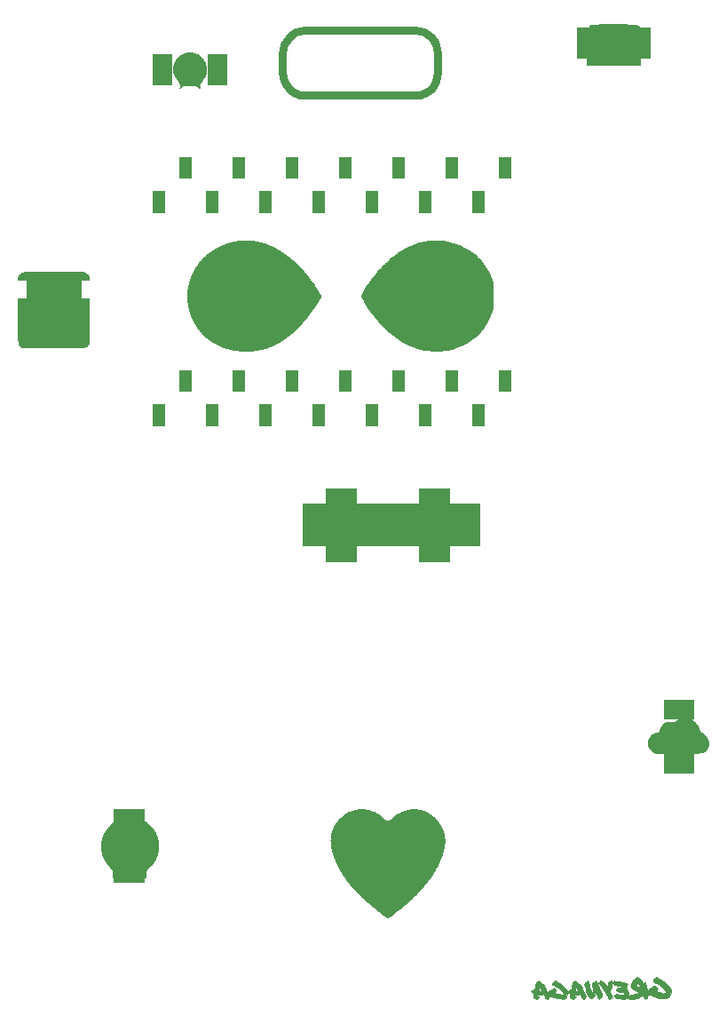
<source format=gbs>
G04 #@! TF.GenerationSoftware,KiCad,Pcbnew,6.0.0-rc1-unknown-73a0cbf~66~ubuntu16.04.1*
G04 #@! TF.CreationDate,2019-02-06T09:24:36-07:00
G04 #@! TF.ProjectId,001,3030312e-6b69-4636-9164-5f7063625858,rev?*
G04 #@! TF.SameCoordinates,Original*
G04 #@! TF.FileFunction,Soldermask,Bot*
G04 #@! TF.FilePolarity,Negative*
%FSLAX46Y46*%
G04 Gerber Fmt 4.6, Leading zero omitted, Abs format (unit mm)*
G04 Created by KiCad (PCBNEW 6.0.0-rc1-unknown-73a0cbf~66~ubuntu16.04.1) date 2019-02-06 09:24:36*
%MOMM*%
%LPD*%
G04 APERTURE LIST*
%ADD10C,0.009375*%
%ADD11C,0.133125*%
%ADD12C,0.100000*%
%ADD13C,0.750000*%
G04 APERTURE END LIST*
D10*
G36*
X156754745Y-144220357D02*
G01*
X157545777Y-143732480D01*
X157396950Y-143721445D01*
X157245365Y-143696637D01*
X157286705Y-143525760D01*
X157333560Y-143346614D01*
X157350098Y-143374187D01*
X157457585Y-143503724D01*
X157543022Y-143638771D01*
X157576096Y-143688380D01*
X157606412Y-143737989D01*
X157576096Y-143735166D01*
X157545780Y-143732344D01*
X157545777Y-143732480D01*
X156754745Y-144220357D01*
X156804354Y-144316818D01*
X156878770Y-144402258D01*
X156972476Y-144462891D01*
X157082718Y-144490464D01*
X157132327Y-144471160D01*
X157157134Y-144454621D01*
X157173672Y-144446352D01*
X157184707Y-144438083D01*
X157217781Y-144424311D01*
X157206746Y-144388483D01*
X157209568Y-144355409D01*
X157242642Y-144319581D01*
X157259180Y-144303043D01*
X157272953Y-144286504D01*
X157319807Y-144234138D01*
X157245391Y-144214834D01*
X157154442Y-144165225D01*
X157135138Y-144063250D01*
X157228844Y-144060428D01*
X157303258Y-144079732D01*
X157405233Y-144104539D01*
X157515477Y-144112808D01*
X157556817Y-144112808D01*
X157598157Y-144107305D01*
X157625730Y-144101801D01*
X157636765Y-144068731D01*
X157647800Y-144057696D01*
X157678116Y-144021868D01*
X157683620Y-143961235D01*
X157700158Y-143911626D01*
X157724965Y-143980528D01*
X157736000Y-144008101D01*
X157763573Y-144013604D01*
X157771842Y-144027376D01*
X157774665Y-144041149D01*
X157788437Y-144088003D01*
X157799472Y-144099038D01*
X157810507Y-144107307D01*
X157824279Y-144156919D01*
X157840818Y-144203771D01*
X157865625Y-144275430D01*
X157871128Y-144341574D01*
X157882163Y-144371891D01*
X157912482Y-144399464D01*
X157945553Y-144416002D01*
X157962091Y-144427037D01*
X157975864Y-144432540D01*
X157984133Y-144462857D01*
X158017206Y-144468360D01*
X158061304Y-144476629D01*
X158088877Y-144479451D01*
X158116450Y-144476629D01*
X158163304Y-144438044D01*
X158201890Y-144407727D01*
X158229435Y-144358118D01*
X158234938Y-144327799D01*
X158240441Y-144300226D01*
X158248711Y-144283688D01*
X158284541Y-144250617D01*
X158254222Y-144225810D01*
X158251400Y-144178955D01*
X158135644Y-143908860D01*
X158006109Y-143644277D01*
X157964767Y-143556082D01*
X157920670Y-143467888D01*
X157923492Y-143448584D01*
X157917988Y-143423777D01*
X157868379Y-143341094D01*
X157829794Y-143263923D01*
X157785697Y-143172974D01*
X157725061Y-143082022D01*
X157680964Y-143062718D01*
X157661660Y-143057215D01*
X157636853Y-143051712D01*
X157595513Y-143057215D01*
X157460464Y-142957997D01*
X157341953Y-142800901D01*
X157314408Y-142762315D01*
X157278577Y-142784357D01*
X157239992Y-142800895D01*
X157187628Y-142814668D01*
X157093922Y-142839475D01*
X157022263Y-142880815D01*
X157002959Y-142946962D01*
X156994690Y-142991059D01*
X156980918Y-143084766D01*
X156969883Y-143189495D01*
X156947841Y-143283202D01*
X156928537Y-143374153D01*
X156900964Y-143503688D01*
X156865136Y-143619444D01*
X156837563Y-143622266D01*
X156809990Y-143613997D01*
X156774159Y-143608494D01*
X156743842Y-143605672D01*
X156732808Y-143633245D01*
X156705234Y-143660818D01*
X156652871Y-143677356D01*
X156622552Y-143702163D01*
X156600510Y-143718702D01*
X156559167Y-143735240D01*
X156581209Y-143776580D01*
X156661134Y-143873043D01*
X156774133Y-143947457D01*
X156771311Y-143980530D01*
X156763042Y-144010847D01*
X156749270Y-144107307D01*
X156749270Y-144209283D01*
X156754745Y-144220357D01*
X156754745Y-144220357D01*
G37*
X156754745Y-144220357D02*
X157545777Y-143732480D01*
X157396950Y-143721445D01*
X157245365Y-143696637D01*
X157286705Y-143525760D01*
X157333560Y-143346614D01*
X157350098Y-143374187D01*
X157457585Y-143503724D01*
X157543022Y-143638771D01*
X157576096Y-143688380D01*
X157606412Y-143737989D01*
X157576096Y-143735166D01*
X157545780Y-143732344D01*
X157545777Y-143732480D01*
X156754745Y-144220357D01*
X156804354Y-144316818D01*
X156878770Y-144402258D01*
X156972476Y-144462891D01*
X157082718Y-144490464D01*
X157132327Y-144471160D01*
X157157134Y-144454621D01*
X157173672Y-144446352D01*
X157184707Y-144438083D01*
X157217781Y-144424311D01*
X157206746Y-144388483D01*
X157209568Y-144355409D01*
X157242642Y-144319581D01*
X157259180Y-144303043D01*
X157272953Y-144286504D01*
X157319807Y-144234138D01*
X157245391Y-144214834D01*
X157154442Y-144165225D01*
X157135138Y-144063250D01*
X157228844Y-144060428D01*
X157303258Y-144079732D01*
X157405233Y-144104539D01*
X157515477Y-144112808D01*
X157556817Y-144112808D01*
X157598157Y-144107305D01*
X157625730Y-144101801D01*
X157636765Y-144068731D01*
X157647800Y-144057696D01*
X157678116Y-144021868D01*
X157683620Y-143961235D01*
X157700158Y-143911626D01*
X157724965Y-143980528D01*
X157736000Y-144008101D01*
X157763573Y-144013604D01*
X157771842Y-144027376D01*
X157774665Y-144041149D01*
X157788437Y-144088003D01*
X157799472Y-144099038D01*
X157810507Y-144107307D01*
X157824279Y-144156919D01*
X157840818Y-144203771D01*
X157865625Y-144275430D01*
X157871128Y-144341574D01*
X157882163Y-144371891D01*
X157912482Y-144399464D01*
X157945553Y-144416002D01*
X157962091Y-144427037D01*
X157975864Y-144432540D01*
X157984133Y-144462857D01*
X158017206Y-144468360D01*
X158061304Y-144476629D01*
X158088877Y-144479451D01*
X158116450Y-144476629D01*
X158163304Y-144438044D01*
X158201890Y-144407727D01*
X158229435Y-144358118D01*
X158234938Y-144327799D01*
X158240441Y-144300226D01*
X158248711Y-144283688D01*
X158284541Y-144250617D01*
X158254222Y-144225810D01*
X158251400Y-144178955D01*
X158135644Y-143908860D01*
X158006109Y-143644277D01*
X157964767Y-143556082D01*
X157920670Y-143467888D01*
X157923492Y-143448584D01*
X157917988Y-143423777D01*
X157868379Y-143341094D01*
X157829794Y-143263923D01*
X157785697Y-143172974D01*
X157725061Y-143082022D01*
X157680964Y-143062718D01*
X157661660Y-143057215D01*
X157636853Y-143051712D01*
X157595513Y-143057215D01*
X157460464Y-142957997D01*
X157341953Y-142800901D01*
X157314408Y-142762315D01*
X157278577Y-142784357D01*
X157239992Y-142800895D01*
X157187628Y-142814668D01*
X157093922Y-142839475D01*
X157022263Y-142880815D01*
X157002959Y-142946962D01*
X156994690Y-142991059D01*
X156980918Y-143084766D01*
X156969883Y-143189495D01*
X156947841Y-143283202D01*
X156928537Y-143374153D01*
X156900964Y-143503688D01*
X156865136Y-143619444D01*
X156837563Y-143622266D01*
X156809990Y-143613997D01*
X156774159Y-143608494D01*
X156743842Y-143605672D01*
X156732808Y-143633245D01*
X156705234Y-143660818D01*
X156652871Y-143677356D01*
X156622552Y-143702163D01*
X156600510Y-143718702D01*
X156559167Y-143735240D01*
X156581209Y-143776580D01*
X156661134Y-143873043D01*
X156774133Y-143947457D01*
X156771311Y-143980530D01*
X156763042Y-144010847D01*
X156749270Y-144107307D01*
X156749270Y-144209283D01*
X156754745Y-144220357D01*
G36*
X158099711Y-143955774D02*
G01*
X158273343Y-144140429D01*
X158510367Y-144247916D01*
X158783217Y-144322330D01*
X159056069Y-144407770D01*
X159124971Y-144410592D01*
X159180092Y-144418861D01*
X159229701Y-144427130D01*
X159284824Y-144432633D01*
X159298597Y-144438137D01*
X159306866Y-144449172D01*
X159392306Y-144457441D01*
X159452939Y-144457441D01*
X159521840Y-144465710D01*
X159582473Y-144473979D01*
X159907692Y-144327906D01*
X160037226Y-143947570D01*
X160042729Y-143931031D01*
X160053764Y-143922762D01*
X160048261Y-143875908D01*
X160045439Y-143826299D01*
X159882831Y-143545180D01*
X159665099Y-143313668D01*
X159632028Y-143280597D01*
X159607221Y-143247523D01*
X159576902Y-143219950D01*
X159535562Y-143200646D01*
X159397759Y-143079381D01*
X159229636Y-142974648D01*
X159056004Y-142872673D01*
X158896151Y-142756919D01*
X158852054Y-142765188D01*
X158821737Y-142765188D01*
X158769374Y-142823064D01*
X158700469Y-142858895D01*
X158634325Y-142900235D01*
X158587470Y-142966382D01*
X158604009Y-142980154D01*
X158595739Y-143004962D01*
X158592917Y-143029769D01*
X158612221Y-143040804D01*
X158595683Y-143057342D01*
X158579145Y-143071114D01*
X158587414Y-143093156D01*
X158587414Y-143120729D01*
X158711439Y-143189631D01*
X158851997Y-143261290D01*
X159003582Y-143341215D01*
X159155166Y-143437679D01*
X159306750Y-143561701D01*
X159455580Y-143702262D01*
X159590626Y-143856601D01*
X159698114Y-144010943D01*
X159687079Y-144032984D01*
X159673306Y-144052288D01*
X159510698Y-144052288D01*
X159356357Y-144060557D01*
X159345322Y-144044019D01*
X159331549Y-144027481D01*
X159039407Y-143977872D01*
X158763797Y-143903458D01*
X158805140Y-143889686D01*
X158838213Y-143875913D01*
X158838213Y-143853872D01*
X158810640Y-143831830D01*
X158874030Y-143776710D01*
X158901603Y-143688515D01*
X158885065Y-143655441D01*
X158901603Y-143625125D01*
X158915376Y-143625125D01*
X158920879Y-143633394D01*
X158923701Y-143644429D01*
X158937474Y-143641607D01*
X158926439Y-143600267D01*
X158909901Y-143561682D01*
X158719731Y-143434902D01*
X158645317Y-143484511D01*
X158554368Y-143536877D01*
X158455148Y-143589243D01*
X158358687Y-143638852D01*
X158289785Y-143682950D01*
X158231907Y-143740828D01*
X158176786Y-143795949D01*
X158107884Y-143842800D01*
X158105062Y-143900678D01*
X158099559Y-143955802D01*
X158099711Y-143955774D01*
X158099711Y-143955774D01*
G37*
X158099711Y-143955774D02*
X158273343Y-144140429D01*
X158510367Y-144247916D01*
X158783217Y-144322330D01*
X159056069Y-144407770D01*
X159124971Y-144410592D01*
X159180092Y-144418861D01*
X159229701Y-144427130D01*
X159284824Y-144432633D01*
X159298597Y-144438137D01*
X159306866Y-144449172D01*
X159392306Y-144457441D01*
X159452939Y-144457441D01*
X159521840Y-144465710D01*
X159582473Y-144473979D01*
X159907692Y-144327906D01*
X160037226Y-143947570D01*
X160042729Y-143931031D01*
X160053764Y-143922762D01*
X160048261Y-143875908D01*
X160045439Y-143826299D01*
X159882831Y-143545180D01*
X159665099Y-143313668D01*
X159632028Y-143280597D01*
X159607221Y-143247523D01*
X159576902Y-143219950D01*
X159535562Y-143200646D01*
X159397759Y-143079381D01*
X159229636Y-142974648D01*
X159056004Y-142872673D01*
X158896151Y-142756919D01*
X158852054Y-142765188D01*
X158821737Y-142765188D01*
X158769374Y-142823064D01*
X158700469Y-142858895D01*
X158634325Y-142900235D01*
X158587470Y-142966382D01*
X158604009Y-142980154D01*
X158595739Y-143004962D01*
X158592917Y-143029769D01*
X158612221Y-143040804D01*
X158595683Y-143057342D01*
X158579145Y-143071114D01*
X158587414Y-143093156D01*
X158587414Y-143120729D01*
X158711439Y-143189631D01*
X158851997Y-143261290D01*
X159003582Y-143341215D01*
X159155166Y-143437679D01*
X159306750Y-143561701D01*
X159455580Y-143702262D01*
X159590626Y-143856601D01*
X159698114Y-144010943D01*
X159687079Y-144032984D01*
X159673306Y-144052288D01*
X159510698Y-144052288D01*
X159356357Y-144060557D01*
X159345322Y-144044019D01*
X159331549Y-144027481D01*
X159039407Y-143977872D01*
X158763797Y-143903458D01*
X158805140Y-143889686D01*
X158838213Y-143875913D01*
X158838213Y-143853872D01*
X158810640Y-143831830D01*
X158874030Y-143776710D01*
X158901603Y-143688515D01*
X158885065Y-143655441D01*
X158901603Y-143625125D01*
X158915376Y-143625125D01*
X158920879Y-143633394D01*
X158923701Y-143644429D01*
X158937474Y-143641607D01*
X158926439Y-143600267D01*
X158909901Y-143561682D01*
X158719731Y-143434902D01*
X158645317Y-143484511D01*
X158554368Y-143536877D01*
X158455148Y-143589243D01*
X158358687Y-143638852D01*
X158289785Y-143682950D01*
X158231907Y-143740828D01*
X158176786Y-143795949D01*
X158107884Y-143842800D01*
X158105062Y-143900678D01*
X158099559Y-143955802D01*
X158099711Y-143955774D01*
G36*
X160238425Y-144220357D02*
G01*
X161029457Y-143732480D01*
X160880630Y-143721445D01*
X160729046Y-143696637D01*
X160770386Y-143525760D01*
X160817240Y-143346614D01*
X160833779Y-143374187D01*
X160941266Y-143503724D01*
X161026703Y-143638771D01*
X161059776Y-143688380D01*
X161090093Y-143737989D01*
X161059776Y-143735166D01*
X161029460Y-143732344D01*
X161029457Y-143732480D01*
X160238425Y-144220357D01*
X160288034Y-144316818D01*
X160362451Y-144402258D01*
X160456157Y-144462891D01*
X160566398Y-144490464D01*
X160616007Y-144471160D01*
X160640815Y-144454621D01*
X160657353Y-144446352D01*
X160668388Y-144438083D01*
X160701461Y-144424311D01*
X160690427Y-144388483D01*
X160693249Y-144355409D01*
X160726322Y-144319581D01*
X160742861Y-144303043D01*
X160756633Y-144286504D01*
X160803488Y-144234138D01*
X160729071Y-144214834D01*
X160638122Y-144165225D01*
X160618818Y-144063250D01*
X160712525Y-144060428D01*
X160786938Y-144079732D01*
X160888913Y-144104539D01*
X160999158Y-144112808D01*
X161040498Y-144112808D01*
X161081838Y-144107305D01*
X161109411Y-144101801D01*
X161120446Y-144068731D01*
X161131481Y-144057696D01*
X161161797Y-144021868D01*
X161167300Y-143961235D01*
X161183839Y-143911626D01*
X161208646Y-143980528D01*
X161219681Y-144008101D01*
X161247254Y-144013604D01*
X161255523Y-144027376D01*
X161258345Y-144041149D01*
X161272118Y-144088003D01*
X161283153Y-144099038D01*
X161294187Y-144107307D01*
X161307960Y-144156919D01*
X161324498Y-144203771D01*
X161349305Y-144275430D01*
X161354809Y-144341574D01*
X161365844Y-144371891D01*
X161396163Y-144399464D01*
X161429234Y-144416002D01*
X161445772Y-144427037D01*
X161459544Y-144432540D01*
X161467813Y-144462857D01*
X161500887Y-144468360D01*
X161544984Y-144476629D01*
X161572557Y-144479451D01*
X161600130Y-144476629D01*
X161646985Y-144438044D01*
X161685570Y-144407727D01*
X161713115Y-144358118D01*
X161718619Y-144327799D01*
X161724122Y-144300226D01*
X161732391Y-144283688D01*
X161768222Y-144250617D01*
X161737903Y-144225810D01*
X161735081Y-144178955D01*
X161619324Y-143908860D01*
X161489790Y-143644277D01*
X161448447Y-143556082D01*
X161404350Y-143467888D01*
X161407172Y-143448584D01*
X161401669Y-143423777D01*
X161352060Y-143341094D01*
X161313474Y-143263923D01*
X161269377Y-143172974D01*
X161208742Y-143082022D01*
X161164645Y-143062718D01*
X161145341Y-143057215D01*
X161120533Y-143051712D01*
X161079193Y-143057215D01*
X160944144Y-142957997D01*
X160825634Y-142800901D01*
X160798089Y-142762315D01*
X160762258Y-142784357D01*
X160723672Y-142800895D01*
X160671309Y-142814668D01*
X160577603Y-142839475D01*
X160505944Y-142880815D01*
X160486640Y-142946962D01*
X160478370Y-142991059D01*
X160464598Y-143084766D01*
X160453563Y-143189495D01*
X160431522Y-143283202D01*
X160412218Y-143374153D01*
X160384644Y-143503688D01*
X160348816Y-143619444D01*
X160321243Y-143622266D01*
X160293670Y-143613997D01*
X160257839Y-143608494D01*
X160227523Y-143605672D01*
X160216488Y-143633245D01*
X160188915Y-143660818D01*
X160136551Y-143677356D01*
X160106232Y-143702163D01*
X160084191Y-143718702D01*
X160042848Y-143735240D01*
X160064890Y-143776580D01*
X160144815Y-143873043D01*
X160257814Y-143947457D01*
X160254992Y-143980530D01*
X160246722Y-144010847D01*
X160232950Y-144107307D01*
X160232950Y-144209283D01*
X160238425Y-144220357D01*
X160238425Y-144220357D01*
G37*
X160238425Y-144220357D02*
X161029457Y-143732480D01*
X160880630Y-143721445D01*
X160729046Y-143696637D01*
X160770386Y-143525760D01*
X160817240Y-143346614D01*
X160833779Y-143374187D01*
X160941266Y-143503724D01*
X161026703Y-143638771D01*
X161059776Y-143688380D01*
X161090093Y-143737989D01*
X161059776Y-143735166D01*
X161029460Y-143732344D01*
X161029457Y-143732480D01*
X160238425Y-144220357D01*
X160288034Y-144316818D01*
X160362451Y-144402258D01*
X160456157Y-144462891D01*
X160566398Y-144490464D01*
X160616007Y-144471160D01*
X160640815Y-144454621D01*
X160657353Y-144446352D01*
X160668388Y-144438083D01*
X160701461Y-144424311D01*
X160690427Y-144388483D01*
X160693249Y-144355409D01*
X160726322Y-144319581D01*
X160742861Y-144303043D01*
X160756633Y-144286504D01*
X160803488Y-144234138D01*
X160729071Y-144214834D01*
X160638122Y-144165225D01*
X160618818Y-144063250D01*
X160712525Y-144060428D01*
X160786938Y-144079732D01*
X160888913Y-144104539D01*
X160999158Y-144112808D01*
X161040498Y-144112808D01*
X161081838Y-144107305D01*
X161109411Y-144101801D01*
X161120446Y-144068731D01*
X161131481Y-144057696D01*
X161161797Y-144021868D01*
X161167300Y-143961235D01*
X161183839Y-143911626D01*
X161208646Y-143980528D01*
X161219681Y-144008101D01*
X161247254Y-144013604D01*
X161255523Y-144027376D01*
X161258345Y-144041149D01*
X161272118Y-144088003D01*
X161283153Y-144099038D01*
X161294187Y-144107307D01*
X161307960Y-144156919D01*
X161324498Y-144203771D01*
X161349305Y-144275430D01*
X161354809Y-144341574D01*
X161365844Y-144371891D01*
X161396163Y-144399464D01*
X161429234Y-144416002D01*
X161445772Y-144427037D01*
X161459544Y-144432540D01*
X161467813Y-144462857D01*
X161500887Y-144468360D01*
X161544984Y-144476629D01*
X161572557Y-144479451D01*
X161600130Y-144476629D01*
X161646985Y-144438044D01*
X161685570Y-144407727D01*
X161713115Y-144358118D01*
X161718619Y-144327799D01*
X161724122Y-144300226D01*
X161732391Y-144283688D01*
X161768222Y-144250617D01*
X161737903Y-144225810D01*
X161735081Y-144178955D01*
X161619324Y-143908860D01*
X161489790Y-143644277D01*
X161448447Y-143556082D01*
X161404350Y-143467888D01*
X161407172Y-143448584D01*
X161401669Y-143423777D01*
X161352060Y-143341094D01*
X161313474Y-143263923D01*
X161269377Y-143172974D01*
X161208742Y-143082022D01*
X161164645Y-143062718D01*
X161145341Y-143057215D01*
X161120533Y-143051712D01*
X161079193Y-143057215D01*
X160944144Y-142957997D01*
X160825634Y-142800901D01*
X160798089Y-142762315D01*
X160762258Y-142784357D01*
X160723672Y-142800895D01*
X160671309Y-142814668D01*
X160577603Y-142839475D01*
X160505944Y-142880815D01*
X160486640Y-142946962D01*
X160478370Y-142991059D01*
X160464598Y-143084766D01*
X160453563Y-143189495D01*
X160431522Y-143283202D01*
X160412218Y-143374153D01*
X160384644Y-143503688D01*
X160348816Y-143619444D01*
X160321243Y-143622266D01*
X160293670Y-143613997D01*
X160257839Y-143608494D01*
X160227523Y-143605672D01*
X160216488Y-143633245D01*
X160188915Y-143660818D01*
X160136551Y-143677356D01*
X160106232Y-143702163D01*
X160084191Y-143718702D01*
X160042848Y-143735240D01*
X160064890Y-143776580D01*
X160144815Y-143873043D01*
X160257814Y-143947457D01*
X160254992Y-143980530D01*
X160246722Y-144010847D01*
X160232950Y-144107307D01*
X160232950Y-144209283D01*
X160238425Y-144220357D01*
G36*
X162724408Y-143950259D02*
G01*
X162760236Y-143980578D01*
X162782277Y-144027430D01*
X162801581Y-144074285D01*
X162829155Y-144093589D01*
X162845693Y-144132174D01*
X162867734Y-144168002D01*
X162884273Y-144206588D01*
X162878769Y-144253439D01*
X162906342Y-144300294D01*
X162920115Y-144358172D01*
X162942156Y-144405024D01*
X163002792Y-144421562D01*
X163005614Y-144435334D01*
X162997345Y-144454638D01*
X163044199Y-144457461D01*
X163080028Y-144471233D01*
X163168222Y-144413355D01*
X163228857Y-144322403D01*
X163275709Y-144217673D01*
X163314295Y-144126722D01*
X163311472Y-144068846D01*
X163330776Y-144019234D01*
X163035877Y-143407388D01*
X162732708Y-142765222D01*
X162608685Y-142823098D01*
X162495686Y-142894757D01*
X162407492Y-142991220D01*
X162360637Y-143109731D01*
X162374410Y-143123503D01*
X162385445Y-143126326D01*
X162374410Y-143145630D01*
X162374410Y-143156664D01*
X162374410Y-143173203D01*
X162366141Y-143198010D01*
X162382679Y-143200832D01*
X162399217Y-143200832D01*
X162393714Y-143250444D01*
X162404749Y-143286272D01*
X162418521Y-143319346D01*
X162415699Y-143363443D01*
X162429471Y-143368946D01*
X162434975Y-143377215D01*
X162443244Y-143385485D01*
X162454279Y-143385485D01*
X162448775Y-143506753D01*
X162454279Y-143630775D01*
X162451457Y-143760312D01*
X162432153Y-143898116D01*
X162275056Y-143749286D01*
X162178593Y-143545338D01*
X162120718Y-143302802D01*
X162079375Y-143038219D01*
X162040789Y-142977586D01*
X162015982Y-142903172D01*
X161993940Y-142823244D01*
X161966367Y-142748831D01*
X161897466Y-142776404D01*
X161842345Y-142820501D01*
X161789978Y-142864598D01*
X161721077Y-142889406D01*
X161660444Y-142980355D01*
X161624613Y-143074064D01*
X161646655Y-143123673D01*
X161660427Y-143178794D01*
X161682469Y-143231160D01*
X161721054Y-143269742D01*
X161743096Y-143402034D01*
X161767903Y-143517790D01*
X161787207Y-143639058D01*
X161792710Y-143774105D01*
X161839562Y-143909154D01*
X161878148Y-144038688D01*
X161947049Y-144124128D01*
X161999416Y-144223346D01*
X162013188Y-144228849D01*
X162032492Y-144220580D01*
X162032492Y-144237118D01*
X162040761Y-144248153D01*
X162046264Y-144259188D01*
X162040761Y-144281230D01*
X162109663Y-144328081D01*
X162175810Y-144383205D01*
X162258493Y-144416276D01*
X162382515Y-144397000D01*
X162583709Y-144206830D01*
X162724269Y-143950513D01*
X162724408Y-143950259D01*
X162724408Y-143950259D01*
G37*
X162724408Y-143950259D02*
X162760236Y-143980578D01*
X162782277Y-144027430D01*
X162801581Y-144074285D01*
X162829155Y-144093589D01*
X162845693Y-144132174D01*
X162867734Y-144168002D01*
X162884273Y-144206588D01*
X162878769Y-144253439D01*
X162906342Y-144300294D01*
X162920115Y-144358172D01*
X162942156Y-144405024D01*
X163002792Y-144421562D01*
X163005614Y-144435334D01*
X162997345Y-144454638D01*
X163044199Y-144457461D01*
X163080028Y-144471233D01*
X163168222Y-144413355D01*
X163228857Y-144322403D01*
X163275709Y-144217673D01*
X163314295Y-144126722D01*
X163311472Y-144068846D01*
X163330776Y-144019234D01*
X163035877Y-143407388D01*
X162732708Y-142765222D01*
X162608685Y-142823098D01*
X162495686Y-142894757D01*
X162407492Y-142991220D01*
X162360637Y-143109731D01*
X162374410Y-143123503D01*
X162385445Y-143126326D01*
X162374410Y-143145630D01*
X162374410Y-143156664D01*
X162374410Y-143173203D01*
X162366141Y-143198010D01*
X162382679Y-143200832D01*
X162399217Y-143200832D01*
X162393714Y-143250444D01*
X162404749Y-143286272D01*
X162418521Y-143319346D01*
X162415699Y-143363443D01*
X162429471Y-143368946D01*
X162434975Y-143377215D01*
X162443244Y-143385485D01*
X162454279Y-143385485D01*
X162448775Y-143506753D01*
X162454279Y-143630775D01*
X162451457Y-143760312D01*
X162432153Y-143898116D01*
X162275056Y-143749286D01*
X162178593Y-143545338D01*
X162120718Y-143302802D01*
X162079375Y-143038219D01*
X162040789Y-142977586D01*
X162015982Y-142903172D01*
X161993940Y-142823244D01*
X161966367Y-142748831D01*
X161897466Y-142776404D01*
X161842345Y-142820501D01*
X161789978Y-142864598D01*
X161721077Y-142889406D01*
X161660444Y-142980355D01*
X161624613Y-143074064D01*
X161646655Y-143123673D01*
X161660427Y-143178794D01*
X161682469Y-143231160D01*
X161721054Y-143269742D01*
X161743096Y-143402034D01*
X161767903Y-143517790D01*
X161787207Y-143639058D01*
X161792710Y-143774105D01*
X161839562Y-143909154D01*
X161878148Y-144038688D01*
X161947049Y-144124128D01*
X161999416Y-144223346D01*
X162013188Y-144228849D01*
X162032492Y-144220580D01*
X162032492Y-144237118D01*
X162040761Y-144248153D01*
X162046264Y-144259188D01*
X162040761Y-144281230D01*
X162109663Y-144328081D01*
X162175810Y-144383205D01*
X162258493Y-144416276D01*
X162382515Y-144397000D01*
X162583709Y-144206830D01*
X162724269Y-143950513D01*
X162724408Y-143950259D01*
G36*
X163537450Y-143729773D02*
G01*
X163570521Y-143771116D01*
X163598094Y-143817968D01*
X163628411Y-143875846D01*
X163669753Y-143925455D01*
X163697327Y-143991602D01*
X163741424Y-144043968D01*
X163870961Y-144283744D01*
X163887499Y-144333356D01*
X163912306Y-144377453D01*
X163923341Y-144396757D01*
X163931610Y-144410530D01*
X163937114Y-144438103D01*
X163967430Y-144476688D01*
X163997749Y-144507005D01*
X164017053Y-144529046D01*
X164058393Y-144545584D01*
X164303684Y-144330610D01*
X164300862Y-144303037D01*
X164292592Y-144275464D01*
X164281558Y-144242390D01*
X164256750Y-144165219D01*
X164209899Y-144096318D01*
X164185091Y-144035685D01*
X164118944Y-143906148D01*
X164058311Y-143801418D01*
X164022483Y-143740785D01*
X164088628Y-143660857D01*
X164152018Y-143528566D01*
X164190603Y-143415567D01*
X164198872Y-143354934D01*
X164209907Y-143302568D01*
X164223679Y-143241935D01*
X164229183Y-143178545D01*
X164245721Y-143139960D01*
X164240218Y-143112387D01*
X164237395Y-143062778D01*
X164251168Y-142996633D01*
X164264940Y-142935998D01*
X164267763Y-142869853D01*
X164251224Y-142809221D01*
X164198861Y-142756854D01*
X164152006Y-142754032D01*
X164105155Y-142781605D01*
X164058300Y-142806413D01*
X164000422Y-142833986D01*
X163942544Y-142869814D01*
X163923240Y-142908399D01*
X163887412Y-142938716D01*
X163887412Y-142969032D01*
X163884589Y-142999348D01*
X163873555Y-143043445D01*
X163862520Y-143076519D01*
X163854251Y-143150933D01*
X163837712Y-143214322D01*
X163821174Y-143277712D01*
X163818352Y-143349371D01*
X163790779Y-143330067D01*
X163779744Y-143321798D01*
X163768709Y-143313529D01*
X163606101Y-143093043D01*
X163611604Y-143065470D01*
X163553726Y-143010349D01*
X163512386Y-142969006D01*
X163476555Y-142927667D01*
X163446239Y-142905625D01*
X163195437Y-142734748D01*
X163156851Y-142729245D01*
X163145816Y-142765075D01*
X163101719Y-142820196D01*
X163027306Y-142867048D01*
X163002498Y-142883586D01*
X162988726Y-142924926D01*
X162991548Y-142949733D01*
X162980513Y-142977307D01*
X163035634Y-143073770D01*
X163096269Y-143128891D01*
X163143121Y-143170231D01*
X163173437Y-143214328D01*
X163192741Y-143236370D01*
X163267158Y-143324564D01*
X163275427Y-143357635D01*
X163308501Y-143357635D01*
X163322273Y-143368670D01*
X163349818Y-143415522D01*
X163377391Y-143451352D01*
X163391163Y-143465125D01*
X163399433Y-143487166D01*
X163407702Y-143509208D01*
X163451799Y-143564332D01*
X163471103Y-143602917D01*
X163493144Y-143647014D01*
X163523461Y-143688354D01*
X163537450Y-143729773D01*
X163537450Y-143729773D01*
G37*
X163537450Y-143729773D02*
X163570521Y-143771116D01*
X163598094Y-143817968D01*
X163628411Y-143875846D01*
X163669753Y-143925455D01*
X163697327Y-143991602D01*
X163741424Y-144043968D01*
X163870961Y-144283744D01*
X163887499Y-144333356D01*
X163912306Y-144377453D01*
X163923341Y-144396757D01*
X163931610Y-144410530D01*
X163937114Y-144438103D01*
X163967430Y-144476688D01*
X163997749Y-144507005D01*
X164017053Y-144529046D01*
X164058393Y-144545584D01*
X164303684Y-144330610D01*
X164300862Y-144303037D01*
X164292592Y-144275464D01*
X164281558Y-144242390D01*
X164256750Y-144165219D01*
X164209899Y-144096318D01*
X164185091Y-144035685D01*
X164118944Y-143906148D01*
X164058311Y-143801418D01*
X164022483Y-143740785D01*
X164088628Y-143660857D01*
X164152018Y-143528566D01*
X164190603Y-143415567D01*
X164198872Y-143354934D01*
X164209907Y-143302568D01*
X164223679Y-143241935D01*
X164229183Y-143178545D01*
X164245721Y-143139960D01*
X164240218Y-143112387D01*
X164237395Y-143062778D01*
X164251168Y-142996633D01*
X164264940Y-142935998D01*
X164267763Y-142869853D01*
X164251224Y-142809221D01*
X164198861Y-142756854D01*
X164152006Y-142754032D01*
X164105155Y-142781605D01*
X164058300Y-142806413D01*
X164000422Y-142833986D01*
X163942544Y-142869814D01*
X163923240Y-142908399D01*
X163887412Y-142938716D01*
X163887412Y-142969032D01*
X163884589Y-142999348D01*
X163873555Y-143043445D01*
X163862520Y-143076519D01*
X163854251Y-143150933D01*
X163837712Y-143214322D01*
X163821174Y-143277712D01*
X163818352Y-143349371D01*
X163790779Y-143330067D01*
X163779744Y-143321798D01*
X163768709Y-143313529D01*
X163606101Y-143093043D01*
X163611604Y-143065470D01*
X163553726Y-143010349D01*
X163512386Y-142969006D01*
X163476555Y-142927667D01*
X163446239Y-142905625D01*
X163195437Y-142734748D01*
X163156851Y-142729245D01*
X163145816Y-142765075D01*
X163101719Y-142820196D01*
X163027306Y-142867048D01*
X163002498Y-142883586D01*
X162988726Y-142924926D01*
X162991548Y-142949733D01*
X162980513Y-142977307D01*
X163035634Y-143073770D01*
X163096269Y-143128891D01*
X163143121Y-143170231D01*
X163173437Y-143214328D01*
X163192741Y-143236370D01*
X163267158Y-143324564D01*
X163275427Y-143357635D01*
X163308501Y-143357635D01*
X163322273Y-143368670D01*
X163349818Y-143415522D01*
X163377391Y-143451352D01*
X163391163Y-143465125D01*
X163399433Y-143487166D01*
X163407702Y-143509208D01*
X163451799Y-143564332D01*
X163471103Y-143602917D01*
X163493144Y-143647014D01*
X163523461Y-143688354D01*
X163537450Y-143729773D01*
G36*
X164353248Y-142900195D02*
G01*
X164353248Y-142930511D01*
X164356070Y-142947050D01*
X164356070Y-142966354D01*
X164350567Y-142993927D01*
X164485613Y-143123464D01*
X164648221Y-143173073D01*
X164830121Y-143203389D01*
X165012025Y-143275048D01*
X165078169Y-143275048D01*
X165160852Y-143283317D01*
X165202192Y-143308125D01*
X165251804Y-143321897D01*
X165243535Y-143374263D01*
X165235265Y-143415603D01*
X165023048Y-143412781D01*
X164791539Y-143399009D01*
X164794361Y-143418313D01*
X164797183Y-143432085D01*
X164758598Y-143467913D01*
X164720012Y-143506499D01*
X164681427Y-143539572D01*
X164631818Y-143547841D01*
X164618045Y-143597450D01*
X164623549Y-143649817D01*
X164711743Y-143713207D01*
X164805450Y-143768328D01*
X164907425Y-143809670D01*
X165025936Y-143820705D01*
X165047977Y-143820705D01*
X165064515Y-143812436D01*
X165127905Y-143820705D01*
X165188541Y-143828974D01*
X165262954Y-143817939D01*
X165337368Y-143806904D01*
X165417293Y-143930927D01*
X165480683Y-144071488D01*
X165326344Y-144082523D01*
X165207833Y-144074254D01*
X165094832Y-144060481D01*
X164948762Y-144054978D01*
X164819225Y-144016392D01*
X164678667Y-143983319D01*
X164640081Y-144013635D01*
X164609762Y-144052221D01*
X164576691Y-144082537D01*
X164535349Y-144093572D01*
X164521576Y-144121117D01*
X164513307Y-144148690D01*
X164505038Y-144173497D01*
X164480231Y-144179000D01*
X164576694Y-144319561D01*
X164697960Y-144391217D01*
X164852301Y-144429803D01*
X165036959Y-144462876D01*
X165078299Y-144460054D01*
X165116885Y-144454551D01*
X165268469Y-144479358D01*
X165447612Y-144487627D01*
X165621247Y-144462820D01*
X165756293Y-144391161D01*
X165786612Y-144347064D01*
X165822440Y-144305724D01*
X165833475Y-144225798D01*
X165850013Y-144134847D01*
X165863786Y-144038383D01*
X165858282Y-143952946D01*
X165825212Y-143878532D01*
X165805908Y-143806873D01*
X165789369Y-143793101D01*
X165767328Y-143782066D01*
X165731497Y-143688360D01*
X165692914Y-143602923D01*
X165651571Y-143520240D01*
X165610232Y-143423777D01*
X165668107Y-143346606D01*
X165692914Y-143261169D01*
X165706687Y-143172974D01*
X165725991Y-143079268D01*
X165659846Y-143013121D01*
X165571652Y-142969023D01*
X165469676Y-142941450D01*
X165353920Y-142916643D01*
X165158239Y-142861522D01*
X164987364Y-142831206D01*
X164810975Y-142806398D01*
X164604267Y-142773325D01*
X164557416Y-142798132D01*
X164532608Y-142784360D01*
X164518836Y-142767822D01*
X164449934Y-142847747D01*
X164353471Y-142900113D01*
X164353248Y-142900195D01*
X164353248Y-142900195D01*
G37*
X164353248Y-142900195D02*
X164353248Y-142930511D01*
X164356070Y-142947050D01*
X164356070Y-142966354D01*
X164350567Y-142993927D01*
X164485613Y-143123464D01*
X164648221Y-143173073D01*
X164830121Y-143203389D01*
X165012025Y-143275048D01*
X165078169Y-143275048D01*
X165160852Y-143283317D01*
X165202192Y-143308125D01*
X165251804Y-143321897D01*
X165243535Y-143374263D01*
X165235265Y-143415603D01*
X165023048Y-143412781D01*
X164791539Y-143399009D01*
X164794361Y-143418313D01*
X164797183Y-143432085D01*
X164758598Y-143467913D01*
X164720012Y-143506499D01*
X164681427Y-143539572D01*
X164631818Y-143547841D01*
X164618045Y-143597450D01*
X164623549Y-143649817D01*
X164711743Y-143713207D01*
X164805450Y-143768328D01*
X164907425Y-143809670D01*
X165025936Y-143820705D01*
X165047977Y-143820705D01*
X165064515Y-143812436D01*
X165127905Y-143820705D01*
X165188541Y-143828974D01*
X165262954Y-143817939D01*
X165337368Y-143806904D01*
X165417293Y-143930927D01*
X165480683Y-144071488D01*
X165326344Y-144082523D01*
X165207833Y-144074254D01*
X165094832Y-144060481D01*
X164948762Y-144054978D01*
X164819225Y-144016392D01*
X164678667Y-143983319D01*
X164640081Y-144013635D01*
X164609762Y-144052221D01*
X164576691Y-144082537D01*
X164535349Y-144093572D01*
X164521576Y-144121117D01*
X164513307Y-144148690D01*
X164505038Y-144173497D01*
X164480231Y-144179000D01*
X164576694Y-144319561D01*
X164697960Y-144391217D01*
X164852301Y-144429803D01*
X165036959Y-144462876D01*
X165078299Y-144460054D01*
X165116885Y-144454551D01*
X165268469Y-144479358D01*
X165447612Y-144487627D01*
X165621247Y-144462820D01*
X165756293Y-144391161D01*
X165786612Y-144347064D01*
X165822440Y-144305724D01*
X165833475Y-144225798D01*
X165850013Y-144134847D01*
X165863786Y-144038383D01*
X165858282Y-143952946D01*
X165825212Y-143878532D01*
X165805908Y-143806873D01*
X165789369Y-143793101D01*
X165767328Y-143782066D01*
X165731497Y-143688360D01*
X165692914Y-143602923D01*
X165651571Y-143520240D01*
X165610232Y-143423777D01*
X165668107Y-143346606D01*
X165692914Y-143261169D01*
X165706687Y-143172974D01*
X165725991Y-143079268D01*
X165659846Y-143013121D01*
X165571652Y-142969023D01*
X165469676Y-142941450D01*
X165353920Y-142916643D01*
X165158239Y-142861522D01*
X164987364Y-142831206D01*
X164810975Y-142806398D01*
X164604267Y-142773325D01*
X164557416Y-142798132D01*
X164532608Y-142784360D01*
X164518836Y-142767822D01*
X164449934Y-142847747D01*
X164353471Y-142900113D01*
X164353248Y-142900195D01*
G36*
X167638492Y-144214843D02*
G01*
X166960385Y-143239319D01*
X167007240Y-143366099D01*
X166764704Y-143302709D01*
X166524925Y-143203491D01*
X166596584Y-143040883D01*
X166717852Y-142955443D01*
X166797777Y-143051906D01*
X166885972Y-143140101D01*
X166960385Y-143239319D01*
X167638492Y-144214843D01*
X167663299Y-144195539D01*
X167688107Y-144148687D01*
X167657790Y-144148687D01*
X167668825Y-144038442D01*
X167644018Y-143939224D01*
X167621976Y-143845518D01*
X167630246Y-143749055D01*
X167610942Y-143743551D01*
X167599907Y-143704966D01*
X167597084Y-143655357D01*
X167599907Y-143611260D01*
X167544786Y-143434871D01*
X167506200Y-143255727D01*
X167470369Y-143082093D01*
X167415249Y-142922242D01*
X167335323Y-142933277D01*
X167277445Y-142969105D01*
X167125861Y-142809255D01*
X166993569Y-142627351D01*
X166839230Y-142467500D01*
X166627010Y-142384818D01*
X166478183Y-142486793D01*
X166343134Y-142619085D01*
X166301795Y-142649401D01*
X166257697Y-142676974D01*
X166257697Y-142718314D01*
X166194307Y-142803751D01*
X166147453Y-142905727D01*
X166106113Y-143013214D01*
X166062016Y-143115189D01*
X166067519Y-143145505D01*
X166062016Y-143170313D01*
X166053747Y-143197886D01*
X166050924Y-143233714D01*
X166147385Y-143470738D01*
X166351336Y-143616808D01*
X166604896Y-143713272D01*
X166850186Y-143798709D01*
X166839151Y-143809744D01*
X166830882Y-143826282D01*
X166704102Y-143906207D01*
X166618665Y-143958574D01*
X166530471Y-143991647D01*
X166395422Y-144024721D01*
X166263130Y-144057792D01*
X166174936Y-144077096D01*
X166092253Y-144088130D01*
X165973742Y-144101903D01*
X165924133Y-144173562D01*
X165896560Y-144256245D01*
X165893738Y-144336170D01*
X165915779Y-144394048D01*
X165902007Y-144405083D01*
X165874434Y-144405083D01*
X165907505Y-144438157D01*
X165935078Y-144476742D01*
X165968151Y-144512570D01*
X166012249Y-144531874D01*
X166265808Y-144534696D01*
X166659926Y-144407916D01*
X166852850Y-144327988D01*
X166982388Y-144259087D01*
X167084363Y-144184673D01*
X167191850Y-144088212D01*
X167202885Y-144099247D01*
X167211154Y-144110282D01*
X167255251Y-144289428D01*
X167337934Y-144429986D01*
X167398569Y-144438255D01*
X167434397Y-144468572D01*
X167475737Y-144465749D01*
X167500545Y-144451977D01*
X167525352Y-144435439D01*
X167569449Y-144429935D01*
X167585987Y-144383084D01*
X167630085Y-144361042D01*
X167624581Y-144319702D01*
X167632850Y-144286629D01*
X167643885Y-144253555D01*
X167638382Y-144214970D01*
X167638492Y-144214843D01*
X167638492Y-144214843D01*
G37*
X167638492Y-144214843D02*
X166960385Y-143239319D01*
X167007240Y-143366099D01*
X166764704Y-143302709D01*
X166524925Y-143203491D01*
X166596584Y-143040883D01*
X166717852Y-142955443D01*
X166797777Y-143051906D01*
X166885972Y-143140101D01*
X166960385Y-143239319D01*
X167638492Y-144214843D01*
X167663299Y-144195539D01*
X167688107Y-144148687D01*
X167657790Y-144148687D01*
X167668825Y-144038442D01*
X167644018Y-143939224D01*
X167621976Y-143845518D01*
X167630246Y-143749055D01*
X167610942Y-143743551D01*
X167599907Y-143704966D01*
X167597084Y-143655357D01*
X167599907Y-143611260D01*
X167544786Y-143434871D01*
X167506200Y-143255727D01*
X167470369Y-143082093D01*
X167415249Y-142922242D01*
X167335323Y-142933277D01*
X167277445Y-142969105D01*
X167125861Y-142809255D01*
X166993569Y-142627351D01*
X166839230Y-142467500D01*
X166627010Y-142384818D01*
X166478183Y-142486793D01*
X166343134Y-142619085D01*
X166301795Y-142649401D01*
X166257697Y-142676974D01*
X166257697Y-142718314D01*
X166194307Y-142803751D01*
X166147453Y-142905727D01*
X166106113Y-143013214D01*
X166062016Y-143115189D01*
X166067519Y-143145505D01*
X166062016Y-143170313D01*
X166053747Y-143197886D01*
X166050924Y-143233714D01*
X166147385Y-143470738D01*
X166351336Y-143616808D01*
X166604896Y-143713272D01*
X166850186Y-143798709D01*
X166839151Y-143809744D01*
X166830882Y-143826282D01*
X166704102Y-143906207D01*
X166618665Y-143958574D01*
X166530471Y-143991647D01*
X166395422Y-144024721D01*
X166263130Y-144057792D01*
X166174936Y-144077096D01*
X166092253Y-144088130D01*
X165973742Y-144101903D01*
X165924133Y-144173562D01*
X165896560Y-144256245D01*
X165893738Y-144336170D01*
X165915779Y-144394048D01*
X165902007Y-144405083D01*
X165874434Y-144405083D01*
X165907505Y-144438157D01*
X165935078Y-144476742D01*
X165968151Y-144512570D01*
X166012249Y-144531874D01*
X166265808Y-144534696D01*
X166659926Y-144407916D01*
X166852850Y-144327988D01*
X166982388Y-144259087D01*
X167084363Y-144184673D01*
X167191850Y-144088212D01*
X167202885Y-144099247D01*
X167211154Y-144110282D01*
X167255251Y-144289428D01*
X167337934Y-144429986D01*
X167398569Y-144438255D01*
X167434397Y-144468572D01*
X167475737Y-144465749D01*
X167500545Y-144451977D01*
X167525352Y-144435439D01*
X167569449Y-144429935D01*
X167585987Y-144383084D01*
X167630085Y-144361042D01*
X167624581Y-144319702D01*
X167632850Y-144286629D01*
X167643885Y-144253555D01*
X167638382Y-144214970D01*
X167638492Y-144214843D01*
G36*
X169942571Y-143798675D02*
G01*
X169934302Y-143743554D01*
X169931480Y-143680164D01*
X169738553Y-143343925D01*
X169476727Y-143068315D01*
X169438141Y-143029732D01*
X169407825Y-142988389D01*
X169371994Y-142955316D01*
X169322385Y-142933274D01*
X169157023Y-142787202D01*
X168955829Y-142660422D01*
X168746367Y-142536399D01*
X168553440Y-142398596D01*
X168506588Y-142412368D01*
X168468002Y-142409546D01*
X168404613Y-142483960D01*
X168321930Y-142525302D01*
X168242005Y-142574911D01*
X168184126Y-142652079D01*
X168203430Y-142665852D01*
X168195161Y-142696168D01*
X168189658Y-142726487D01*
X168214465Y-142740260D01*
X168195161Y-142759564D01*
X168175857Y-142778868D01*
X168184126Y-142806441D01*
X168184126Y-142836757D01*
X168332953Y-142922197D01*
X168503831Y-143004877D01*
X168685731Y-143101340D01*
X168867635Y-143217097D01*
X169052290Y-143363169D01*
X169228679Y-143534044D01*
X169388532Y-143718702D01*
X169515312Y-143903360D01*
X169501540Y-143928167D01*
X169485002Y-143952974D01*
X169289320Y-143952974D01*
X169107416Y-143964009D01*
X169093644Y-143941968D01*
X169077106Y-143922664D01*
X168727085Y-143862028D01*
X168396355Y-143773834D01*
X168484549Y-143743517D01*
X168484549Y-143715944D01*
X168454233Y-143688371D01*
X168528646Y-143622224D01*
X168561720Y-143514740D01*
X168542416Y-143476154D01*
X168561720Y-143440323D01*
X168578258Y-143440323D01*
X168583762Y-143451358D01*
X168589265Y-143462393D01*
X168603037Y-143462393D01*
X168589265Y-143412784D01*
X168572727Y-143365929D01*
X168343974Y-143214345D01*
X168255780Y-143272223D01*
X168145535Y-143332856D01*
X168027025Y-143396246D01*
X167914026Y-143456881D01*
X167828586Y-143512002D01*
X167759684Y-143578146D01*
X167693540Y-143644294D01*
X167613614Y-143699415D01*
X167608111Y-143771074D01*
X167602608Y-143837218D01*
X167729387Y-143997071D01*
X167897510Y-144107313D01*
X168093189Y-144187241D01*
X168308163Y-144247874D01*
X168531406Y-144308509D01*
X168749135Y-144380166D01*
X168829063Y-144382988D01*
X168892453Y-144391257D01*
X168953086Y-144402292D01*
X169019230Y-144410561D01*
X169038534Y-144416064D01*
X169049569Y-144429837D01*
X169148787Y-144438106D01*
X169223201Y-144438106D01*
X169303126Y-144449141D01*
X169380297Y-144457410D01*
X169768903Y-144281021D01*
X169923245Y-143826268D01*
X169928748Y-143809730D01*
X169942520Y-143798695D01*
X169942571Y-143798675D01*
X169942571Y-143798675D01*
G37*
X169942571Y-143798675D02*
X169934302Y-143743554D01*
X169931480Y-143680164D01*
X169738553Y-143343925D01*
X169476727Y-143068315D01*
X169438141Y-143029732D01*
X169407825Y-142988389D01*
X169371994Y-142955316D01*
X169322385Y-142933274D01*
X169157023Y-142787202D01*
X168955829Y-142660422D01*
X168746367Y-142536399D01*
X168553440Y-142398596D01*
X168506588Y-142412368D01*
X168468002Y-142409546D01*
X168404613Y-142483960D01*
X168321930Y-142525302D01*
X168242005Y-142574911D01*
X168184126Y-142652079D01*
X168203430Y-142665852D01*
X168195161Y-142696168D01*
X168189658Y-142726487D01*
X168214465Y-142740260D01*
X168195161Y-142759564D01*
X168175857Y-142778868D01*
X168184126Y-142806441D01*
X168184126Y-142836757D01*
X168332953Y-142922197D01*
X168503831Y-143004877D01*
X168685731Y-143101340D01*
X168867635Y-143217097D01*
X169052290Y-143363169D01*
X169228679Y-143534044D01*
X169388532Y-143718702D01*
X169515312Y-143903360D01*
X169501540Y-143928167D01*
X169485002Y-143952974D01*
X169289320Y-143952974D01*
X169107416Y-143964009D01*
X169093644Y-143941968D01*
X169077106Y-143922664D01*
X168727085Y-143862028D01*
X168396355Y-143773834D01*
X168484549Y-143743517D01*
X168484549Y-143715944D01*
X168454233Y-143688371D01*
X168528646Y-143622224D01*
X168561720Y-143514740D01*
X168542416Y-143476154D01*
X168561720Y-143440323D01*
X168578258Y-143440323D01*
X168583762Y-143451358D01*
X168589265Y-143462393D01*
X168603037Y-143462393D01*
X168589265Y-143412784D01*
X168572727Y-143365929D01*
X168343974Y-143214345D01*
X168255780Y-143272223D01*
X168145535Y-143332856D01*
X168027025Y-143396246D01*
X167914026Y-143456881D01*
X167828586Y-143512002D01*
X167759684Y-143578146D01*
X167693540Y-143644294D01*
X167613614Y-143699415D01*
X167608111Y-143771074D01*
X167602608Y-143837218D01*
X167729387Y-143997071D01*
X167897510Y-144107313D01*
X168093189Y-144187241D01*
X168308163Y-144247874D01*
X168531406Y-144308509D01*
X168749135Y-144380166D01*
X168829063Y-144382988D01*
X168892453Y-144391257D01*
X168953086Y-144402292D01*
X169019230Y-144410561D01*
X169038534Y-144416064D01*
X169049569Y-144429837D01*
X169148787Y-144438106D01*
X169223201Y-144438106D01*
X169303126Y-144449141D01*
X169380297Y-144457410D01*
X169768903Y-144281021D01*
X169923245Y-143826268D01*
X169928748Y-143809730D01*
X169942520Y-143798695D01*
X169942571Y-143798675D01*
D11*
G36*
X128186291Y-72385212D02*
G01*
X128114326Y-72399803D01*
X128042786Y-72415297D01*
X127971677Y-72431694D01*
X127901003Y-72448966D01*
X127830769Y-72467113D01*
X127760981Y-72486134D01*
X127691642Y-72506003D01*
X127622757Y-72526718D01*
X127554332Y-72548280D01*
X127486371Y-72570688D01*
X127418879Y-72593915D01*
X127351860Y-72617960D01*
X127285320Y-72642824D01*
X127219262Y-72668506D01*
X127153693Y-72694979D01*
X127088617Y-72722242D01*
X127024038Y-72750294D01*
X126959961Y-72779123D01*
X126896391Y-72808717D01*
X126833333Y-72839073D01*
X126770792Y-72870182D01*
X126708772Y-72902037D01*
X126647278Y-72934628D01*
X126586315Y-72967950D01*
X126525887Y-73001994D01*
X126466000Y-73036756D01*
X126406659Y-73072223D01*
X126347867Y-73108392D01*
X126289631Y-73145250D01*
X126231953Y-73182797D01*
X126174841Y-73221019D01*
X126118297Y-73259909D01*
X126062327Y-73299462D01*
X126006936Y-73339668D01*
X125952128Y-73380522D01*
X125897908Y-73422014D01*
X125844282Y-73464139D01*
X125791254Y-73506887D01*
X125738827Y-73550251D01*
X125687009Y-73594224D01*
X125635802Y-73638798D01*
X125585212Y-73683962D01*
X125535244Y-73729716D01*
X125485902Y-73776045D01*
X125437192Y-73822945D01*
X125389117Y-73870406D01*
X125341683Y-73918426D01*
X125294894Y-73966991D01*
X125248756Y-74016098D01*
X125203273Y-74065735D01*
X125158450Y-74115900D01*
X125114291Y-74166579D01*
X125070803Y-74217768D01*
X125027988Y-74269460D01*
X124985852Y-74321646D01*
X124944400Y-74374320D01*
X124903636Y-74427471D01*
X124863566Y-74481096D01*
X124824194Y-74535181D01*
X124785525Y-74589726D01*
X124747563Y-74644717D01*
X124710313Y-74700151D01*
X124673781Y-74756020D01*
X124637971Y-74812312D01*
X124602888Y-74869021D01*
X124568536Y-74926143D01*
X124534920Y-74983666D01*
X124502045Y-75041586D01*
X124469916Y-75099893D01*
X124438537Y-75158581D01*
X124407914Y-75217639D01*
X124378052Y-75277064D01*
X124348954Y-75336844D01*
X124320626Y-75396977D01*
X124293072Y-75457449D01*
X124266298Y-75518257D01*
X124240308Y-75579392D01*
X124215105Y-75640846D01*
X124190699Y-75702613D01*
X124167088Y-75764682D01*
X124144282Y-75827047D01*
X124122283Y-75889703D01*
X124101096Y-75952639D01*
X124080728Y-76015848D01*
X124061181Y-76079323D01*
X124042462Y-76143057D01*
X124024574Y-76207040D01*
X124007523Y-76271268D01*
X123991312Y-76335730D01*
X123975948Y-76400421D01*
X123961436Y-76465332D01*
X123947779Y-76530458D01*
X123934983Y-76595787D01*
X123923051Y-76661313D01*
X123911990Y-76727029D01*
X123901805Y-76792927D01*
X123892497Y-76858998D01*
X123884076Y-76925239D01*
X123876543Y-76991637D01*
X123869903Y-77058188D01*
X123864162Y-77124883D01*
X123859325Y-77191716D01*
X123855396Y-77258676D01*
X123852379Y-77325757D01*
X123850291Y-77392952D01*
X123849106Y-77460253D01*
X123848857Y-77527653D01*
X123849534Y-77595144D01*
X123851143Y-77662719D01*
X123853711Y-77730368D01*
X123857219Y-77798084D01*
X123861678Y-77865863D01*
X123867094Y-77933692D01*
X123873469Y-78001570D01*
X123880810Y-78069483D01*
X123889121Y-78137426D01*
X123898409Y-78205390D01*
X123908676Y-78273372D01*
X123919929Y-78341359D01*
X123932169Y-78409347D01*
X123945405Y-78477326D01*
X123959640Y-78545288D01*
X123974877Y-78613230D01*
X123991122Y-78681138D01*
X124008383Y-78749010D01*
X124026659Y-78816833D01*
X124045961Y-78884603D01*
X124066289Y-78952311D01*
X124083146Y-79006094D01*
X124100489Y-79059556D01*
X124118314Y-79112695D01*
X124136622Y-79165513D01*
X124155409Y-79218007D01*
X124174674Y-79270173D01*
X124194412Y-79322011D01*
X124214622Y-79373519D01*
X124235301Y-79424698D01*
X124256448Y-79475540D01*
X124278060Y-79526049D01*
X124300136Y-79576226D01*
X124322671Y-79626060D01*
X124345667Y-79675557D01*
X124369116Y-79724714D01*
X124393021Y-79773527D01*
X124417376Y-79821999D01*
X124442181Y-79870123D01*
X124467434Y-79917898D01*
X124493130Y-79965328D01*
X124519270Y-80012406D01*
X124545850Y-80059130D01*
X124572867Y-80105502D01*
X124600318Y-80151519D01*
X124628202Y-80197179D01*
X124656518Y-80242479D01*
X124685262Y-80287420D01*
X124714432Y-80332000D01*
X124744027Y-80376216D01*
X124774043Y-80420064D01*
X124804479Y-80463549D01*
X124835331Y-80506664D01*
X124866598Y-80549410D01*
X124898278Y-80591785D01*
X124930368Y-80633786D01*
X124962866Y-80675413D01*
X124995770Y-80716663D01*
X125029077Y-80757537D01*
X125062785Y-80798030D01*
X125096892Y-80838143D01*
X125131395Y-80877874D01*
X125166293Y-80917219D01*
X125201582Y-80956179D01*
X125237260Y-80994751D01*
X125273326Y-81032935D01*
X125309777Y-81070728D01*
X125346611Y-81108128D01*
X125383825Y-81145133D01*
X125421417Y-81181743D01*
X125459385Y-81217957D01*
X125497727Y-81253771D01*
X125536439Y-81289187D01*
X125575521Y-81324200D01*
X125614970Y-81358809D01*
X125654782Y-81393014D01*
X125694957Y-81426810D01*
X125735492Y-81460200D01*
X125776384Y-81493178D01*
X125817631Y-81525743D01*
X125859231Y-81557897D01*
X125901182Y-81589636D01*
X125943481Y-81620959D01*
X125986126Y-81651863D01*
X126029115Y-81682348D01*
X126072446Y-81712414D01*
X126116115Y-81742053D01*
X126160121Y-81771271D01*
X126204462Y-81800060D01*
X126249135Y-81828424D01*
X126294138Y-81856364D01*
X126339469Y-81883852D01*
X126385125Y-81910917D01*
X126431104Y-81937559D01*
X126477405Y-81963749D01*
X126524023Y-81989516D01*
X126570958Y-82014832D01*
X126618207Y-82039724D01*
X126665767Y-82064164D01*
X126713637Y-82088153D01*
X126761813Y-82111690D01*
X126810295Y-82134804D01*
X126859079Y-82157467D01*
X126908163Y-82179678D01*
X126957545Y-82201437D01*
X127007222Y-82222745D01*
X127057193Y-82243601D01*
X127107455Y-82264006D01*
X127158006Y-82283930D01*
X127208843Y-82303404D01*
X127259964Y-82322426D01*
X127311367Y-82340968D01*
X127363049Y-82359058D01*
X127415009Y-82376669D01*
X127467244Y-82393828D01*
X127519751Y-82410507D01*
X127572529Y-82426707D01*
X127625575Y-82442455D01*
X127678887Y-82457714D01*
X127732462Y-82472500D01*
X127786298Y-82486806D01*
X127840394Y-82500635D01*
X127894746Y-82513981D01*
X127949352Y-82526845D01*
X128004210Y-82539226D01*
X128059318Y-82551122D01*
X128114674Y-82562529D01*
X128170274Y-82573448D01*
X128226118Y-82583876D01*
X128282202Y-82593813D01*
X128338524Y-82603256D01*
X128395082Y-82612206D01*
X128451874Y-82620658D01*
X128508898Y-82628611D01*
X128566150Y-82636065D01*
X128623630Y-82643016D01*
X128681334Y-82649465D01*
X128739260Y-82655408D01*
X128797406Y-82660844D01*
X128855769Y-82665772D01*
X128914348Y-82670191D01*
X128973141Y-82674100D01*
X129032143Y-82677495D01*
X129091355Y-82680377D01*
X129150772Y-82682747D01*
X129210394Y-82684582D01*
X129270217Y-82685908D01*
X129330239Y-82686727D01*
X129390459Y-82687009D01*
X129447304Y-82686785D01*
X129504022Y-82686080D01*
X129560613Y-82684894D01*
X129617076Y-82683201D01*
X129673412Y-82681028D01*
X129729622Y-82678375D01*
X129785707Y-82675223D01*
X129841666Y-82671582D01*
X129897501Y-82667450D01*
X129953211Y-82662830D01*
X130008797Y-82657719D01*
X130064260Y-82652117D01*
X130119600Y-82646027D01*
X130174818Y-82639445D01*
X130229914Y-82632373D01*
X130284888Y-82624806D01*
X130339741Y-82616749D01*
X130394475Y-82608200D01*
X130449088Y-82599158D01*
X130503579Y-82589625D01*
X130557952Y-82579597D01*
X130612209Y-82569076D01*
X130666345Y-82558061D01*
X130720365Y-82546552D01*
X130774267Y-82534549D01*
X130828053Y-82522052D01*
X130881720Y-82509059D01*
X130935275Y-82495571D01*
X130988714Y-82481587D01*
X131042037Y-82467109D01*
X131095244Y-82452134D01*
X131148338Y-82436669D01*
X131201320Y-82420695D01*
X131254189Y-82404241D01*
X131306942Y-82387280D01*
X131359587Y-82369810D01*
X131412117Y-82351861D01*
X131464540Y-82333403D01*
X131516850Y-82314438D01*
X131569050Y-82294993D01*
X131621140Y-82275040D01*
X131673119Y-82254579D01*
X131724992Y-82233638D01*
X131776757Y-82212189D01*
X131828412Y-82190232D01*
X131879960Y-82167767D01*
X131931403Y-82144823D01*
X131982737Y-82121370D01*
X132033966Y-82097409D01*
X132085090Y-82072941D01*
X132136108Y-82047992D01*
X132187023Y-82022536D01*
X132237835Y-81996571D01*
X132288542Y-81970099D01*
X132339144Y-81943118D01*
X132389645Y-81915630D01*
X132440044Y-81887662D01*
X132490339Y-81859177D01*
X132540535Y-81830190D01*
X132590632Y-81800695D01*
X132640625Y-81770698D01*
X132690522Y-81740195D01*
X132740317Y-81709187D01*
X132790014Y-81677671D01*
X132839612Y-81645651D01*
X132889113Y-81613122D01*
X132938516Y-81580085D01*
X132987821Y-81546543D01*
X133037029Y-81512492D01*
X133086141Y-81477934D01*
X133135157Y-81442868D01*
X133184081Y-81407294D01*
X133232908Y-81371209D01*
X133281642Y-81334616D01*
X133330283Y-81297515D01*
X133378831Y-81259904D01*
X133427283Y-81221781D01*
X133475644Y-81183150D01*
X133523916Y-81144006D01*
X133572094Y-81104354D01*
X133620182Y-81064191D01*
X133668176Y-81023514D01*
X133716084Y-80982327D01*
X133763903Y-80940628D01*
X133811630Y-80898416D01*
X133859269Y-80855694D01*
X133906821Y-80812454D01*
X133954285Y-80768704D01*
X134001661Y-80724440D01*
X134048953Y-80679660D01*
X134096158Y-80634369D01*
X134143275Y-80588562D01*
X134190310Y-80542241D01*
X134237258Y-80495403D01*
X134284124Y-80448052D01*
X134330905Y-80400184D01*
X134377601Y-80351800D01*
X134424216Y-80302902D01*
X134470749Y-80253485D01*
X134517197Y-80203551D01*
X134563566Y-80153099D01*
X134609853Y-80102132D01*
X134656059Y-80050646D01*
X134702185Y-79998641D01*
X134748232Y-79946120D01*
X134794201Y-79893076D01*
X134840090Y-79839516D01*
X134885900Y-79785439D01*
X134931634Y-79730840D01*
X134977292Y-79675720D01*
X135022871Y-79620082D01*
X135068374Y-79563923D01*
X135113800Y-79507241D01*
X135159154Y-79450041D01*
X135204430Y-79392318D01*
X135249634Y-79334073D01*
X135294761Y-79275306D01*
X135339818Y-79216016D01*
X135384799Y-79156205D01*
X135429709Y-79095872D01*
X135474545Y-79035013D01*
X135519311Y-78973633D01*
X135564007Y-78911727D01*
X135608632Y-78849300D01*
X135653186Y-78786347D01*
X135697670Y-78722870D01*
X135742086Y-78658867D01*
X135786432Y-78594337D01*
X135831105Y-78529017D01*
X135875778Y-78463699D01*
X135920451Y-78398379D01*
X135965127Y-78333062D01*
X136009800Y-78267741D01*
X136054473Y-78202424D01*
X136099145Y-78137103D01*
X136143818Y-78071786D01*
X136188491Y-78006465D01*
X136233164Y-77941145D01*
X136277837Y-77875828D01*
X136322513Y-77810507D01*
X136367186Y-77745190D01*
X136411859Y-77679869D01*
X136456532Y-77614552D01*
X136501205Y-77549232D01*
X136482183Y-77517538D01*
X136463161Y-77485842D01*
X136444140Y-77454148D01*
X136425118Y-77422452D01*
X136406096Y-77390758D01*
X136387074Y-77359062D01*
X136368052Y-77327368D01*
X136349031Y-77295675D01*
X136330009Y-77263978D01*
X136310987Y-77232285D01*
X136291965Y-77200588D01*
X136272944Y-77168895D01*
X136253922Y-77137198D01*
X136234900Y-77105505D01*
X136215878Y-77073809D01*
X136196856Y-77042115D01*
X136126239Y-76925789D01*
X136054605Y-76810492D01*
X135981961Y-76696254D01*
X135908332Y-76583086D01*
X135833738Y-76471004D01*
X135758201Y-76360026D01*
X135681739Y-76250166D01*
X135604373Y-76141439D01*
X135565359Y-76087507D01*
X135526124Y-76033865D01*
X135486672Y-75980516D01*
X135447009Y-75927459D01*
X135407134Y-75874700D01*
X135367053Y-75822240D01*
X135326763Y-75770080D01*
X135286272Y-75718222D01*
X135245578Y-75666668D01*
X135204690Y-75615422D01*
X135163601Y-75564484D01*
X135122324Y-75513856D01*
X135080854Y-75463542D01*
X135039195Y-75413540D01*
X134997350Y-75363858D01*
X134955324Y-75314492D01*
X134913118Y-75265447D01*
X134870734Y-75216727D01*
X134828172Y-75168332D01*
X134785438Y-75120263D01*
X134742534Y-75072523D01*
X134699464Y-75025115D01*
X134656228Y-74978040D01*
X134612828Y-74931302D01*
X134569267Y-74884899D01*
X134525551Y-74838837D01*
X134481679Y-74793114D01*
X134437652Y-74747736D01*
X134393476Y-74702704D01*
X134349153Y-74658020D01*
X134304686Y-74613686D01*
X134260075Y-74569702D01*
X134215326Y-74526073D01*
X134170436Y-74482800D01*
X134125413Y-74439885D01*
X134080258Y-74397329D01*
X134034972Y-74355136D01*
X133989560Y-74313308D01*
X133944023Y-74271844D01*
X133898365Y-74230750D01*
X133852586Y-74190025D01*
X133806688Y-74149673D01*
X133760678Y-74109693D01*
X133714554Y-74070092D01*
X133668320Y-74030872D01*
X133621982Y-73992029D01*
X133575537Y-73953568D01*
X133528990Y-73915494D01*
X133482344Y-73877806D01*
X133435600Y-73840504D01*
X133388762Y-73803598D01*
X133341834Y-73767081D01*
X133294816Y-73730960D01*
X133247710Y-73695236D01*
X133200520Y-73659913D01*
X133153248Y-73624988D01*
X133105897Y-73590467D01*
X133058469Y-73556352D01*
X133010968Y-73522646D01*
X132963394Y-73489346D01*
X132915749Y-73456462D01*
X132868040Y-73423987D01*
X132820268Y-73391929D01*
X132772431Y-73360289D01*
X132724538Y-73329070D01*
X132676586Y-73298271D01*
X132628583Y-73267895D01*
X132580526Y-73237946D01*
X132532421Y-73208425D01*
X132484268Y-73179334D01*
X132436076Y-73150674D01*
X132387839Y-73122449D01*
X132339565Y-73094650D01*
X132291251Y-73067303D01*
X132242906Y-73040379D01*
X132194531Y-73013906D01*
X132146124Y-72987886D01*
X132097692Y-72962316D01*
X132049237Y-72937198D01*
X132000762Y-72912532D01*
X131952268Y-72888318D01*
X131903757Y-72864554D01*
X131855235Y-72841243D01*
X131806698Y-72818383D01*
X131758156Y-72795974D01*
X131709608Y-72774046D01*
X131661054Y-72752569D01*
X131612501Y-72731571D01*
X131563950Y-72711054D01*
X131515402Y-72690988D01*
X131466863Y-72671402D01*
X131418332Y-72652295D01*
X131369812Y-72633668D01*
X131321307Y-72615522D01*
X131272818Y-72597854D01*
X131224349Y-72580667D01*
X131175903Y-72563960D01*
X131127479Y-72547732D01*
X131079084Y-72532012D01*
X131030719Y-72516772D01*
X130982386Y-72502040D01*
X130934087Y-72487788D01*
X130885824Y-72474044D01*
X130837600Y-72460779D01*
X130789419Y-72448023D01*
X130741286Y-72435774D01*
X130693196Y-72424034D01*
X130645159Y-72412801D01*
X130597173Y-72402077D01*
X130549240Y-72391860D01*
X130501367Y-72382180D01*
X130453552Y-72373008D01*
X130433091Y-72369198D01*
X130412771Y-72365473D01*
X130392592Y-72361804D01*
X130372526Y-72358191D01*
X130352602Y-72354635D01*
X130332790Y-72351136D01*
X130313099Y-72347721D01*
X130293527Y-72344362D01*
X130274070Y-72341060D01*
X130254730Y-72337815D01*
X130235502Y-72334626D01*
X130216384Y-72331493D01*
X130197377Y-72328417D01*
X130178476Y-72325397D01*
X130159677Y-72322462D01*
X130140983Y-72319583D01*
X130122384Y-72316761D01*
X130103885Y-72313939D01*
X130085481Y-72311117D01*
X130067173Y-72308577D01*
X130048956Y-72306037D01*
X130030829Y-72303497D01*
X130012789Y-72300957D01*
X129994834Y-72298417D01*
X129976961Y-72296159D01*
X129959170Y-72293901D01*
X129941457Y-72291643D01*
X129923821Y-72289386D01*
X129906262Y-72287410D01*
X129888772Y-72285434D01*
X129871356Y-72283459D01*
X129854008Y-72281483D01*
X129836725Y-72279508D01*
X129819506Y-72277814D01*
X129802350Y-72276121D01*
X129785253Y-72274428D01*
X129768215Y-72272734D01*
X129751231Y-72271323D01*
X129734304Y-72269912D01*
X129717427Y-72268501D01*
X129700598Y-72267090D01*
X129683817Y-72265679D01*
X129667081Y-72264550D01*
X129650388Y-72263421D01*
X129633736Y-72262292D01*
X129617125Y-72261163D01*
X129600550Y-72260317D01*
X129584009Y-72259470D01*
X129567502Y-72258623D01*
X129551023Y-72257777D01*
X129534572Y-72256930D01*
X129518147Y-72256366D01*
X129501747Y-72255801D01*
X129485367Y-72255237D01*
X129469009Y-72254672D01*
X129452668Y-72254108D01*
X129436342Y-72253826D01*
X129420032Y-72253543D01*
X129403731Y-72253309D01*
X129387441Y-72253140D01*
X129371160Y-72253032D01*
X129354881Y-72252990D01*
X129338605Y-72253007D01*
X129322332Y-72253083D01*
X129306057Y-72253216D01*
X129289778Y-72253402D01*
X129273494Y-72253639D01*
X129257201Y-72253921D01*
X129240900Y-72254204D01*
X129224588Y-72254486D01*
X129208261Y-72255050D01*
X129191918Y-72255615D01*
X129175557Y-72256179D01*
X129159177Y-72256744D01*
X129142774Y-72257590D01*
X129126346Y-72258437D01*
X129109893Y-72259284D01*
X129093411Y-72260130D01*
X129076898Y-72261259D01*
X129060351Y-72262388D01*
X129043771Y-72263517D01*
X129027153Y-72264646D01*
X129010497Y-72265775D01*
X128993798Y-72267186D01*
X128977056Y-72268597D01*
X128960267Y-72270008D01*
X128943432Y-72271419D01*
X128926547Y-72272830D01*
X128909611Y-72274524D01*
X128892621Y-72276217D01*
X128875575Y-72277910D01*
X128858469Y-72279604D01*
X128841304Y-72281579D01*
X128824078Y-72283555D01*
X128806786Y-72285530D01*
X128789426Y-72287506D01*
X128771999Y-72289481D01*
X128754501Y-72291739D01*
X128736930Y-72293997D01*
X128719283Y-72296255D01*
X128701559Y-72298513D01*
X128683757Y-72301053D01*
X128665872Y-72303593D01*
X128647903Y-72306133D01*
X128629849Y-72308673D01*
X128611708Y-72311213D01*
X128593477Y-72314035D01*
X128575155Y-72316857D01*
X128556737Y-72319679D01*
X128538223Y-72322586D01*
X128519613Y-72325549D01*
X128500902Y-72328569D01*
X128482089Y-72331645D01*
X128463172Y-72334806D01*
X128444147Y-72338024D01*
X128425013Y-72341297D01*
X128405768Y-72344628D01*
X128386410Y-72348014D01*
X128366937Y-72351486D01*
X128347348Y-72355013D01*
X128327637Y-72358598D01*
X128307806Y-72362238D01*
X128287850Y-72365935D01*
X128267770Y-72369717D01*
X128247563Y-72373555D01*
X128227226Y-72377450D01*
X128206756Y-72381401D01*
X128186154Y-72385437D01*
X128186154Y-72385440D01*
X128186154Y-72385443D01*
X128186154Y-72385445D01*
X128186154Y-72385448D01*
X128186170Y-72385443D01*
X128186186Y-72385437D01*
X128186202Y-72385431D01*
X128186219Y-72385426D01*
X128186235Y-72385417D01*
X128186251Y-72385412D01*
X128186267Y-72385406D01*
X128186291Y-72385212D01*
X128186291Y-72385212D01*
G37*
X128186291Y-72385212D02*
X128114326Y-72399803D01*
X128042786Y-72415297D01*
X127971677Y-72431694D01*
X127901003Y-72448966D01*
X127830769Y-72467113D01*
X127760981Y-72486134D01*
X127691642Y-72506003D01*
X127622757Y-72526718D01*
X127554332Y-72548280D01*
X127486371Y-72570688D01*
X127418879Y-72593915D01*
X127351860Y-72617960D01*
X127285320Y-72642824D01*
X127219262Y-72668506D01*
X127153693Y-72694979D01*
X127088617Y-72722242D01*
X127024038Y-72750294D01*
X126959961Y-72779123D01*
X126896391Y-72808717D01*
X126833333Y-72839073D01*
X126770792Y-72870182D01*
X126708772Y-72902037D01*
X126647278Y-72934628D01*
X126586315Y-72967950D01*
X126525887Y-73001994D01*
X126466000Y-73036756D01*
X126406659Y-73072223D01*
X126347867Y-73108392D01*
X126289631Y-73145250D01*
X126231953Y-73182797D01*
X126174841Y-73221019D01*
X126118297Y-73259909D01*
X126062327Y-73299462D01*
X126006936Y-73339668D01*
X125952128Y-73380522D01*
X125897908Y-73422014D01*
X125844282Y-73464139D01*
X125791254Y-73506887D01*
X125738827Y-73550251D01*
X125687009Y-73594224D01*
X125635802Y-73638798D01*
X125585212Y-73683962D01*
X125535244Y-73729716D01*
X125485902Y-73776045D01*
X125437192Y-73822945D01*
X125389117Y-73870406D01*
X125341683Y-73918426D01*
X125294894Y-73966991D01*
X125248756Y-74016098D01*
X125203273Y-74065735D01*
X125158450Y-74115900D01*
X125114291Y-74166579D01*
X125070803Y-74217768D01*
X125027988Y-74269460D01*
X124985852Y-74321646D01*
X124944400Y-74374320D01*
X124903636Y-74427471D01*
X124863566Y-74481096D01*
X124824194Y-74535181D01*
X124785525Y-74589726D01*
X124747563Y-74644717D01*
X124710313Y-74700151D01*
X124673781Y-74756020D01*
X124637971Y-74812312D01*
X124602888Y-74869021D01*
X124568536Y-74926143D01*
X124534920Y-74983666D01*
X124502045Y-75041586D01*
X124469916Y-75099893D01*
X124438537Y-75158581D01*
X124407914Y-75217639D01*
X124378052Y-75277064D01*
X124348954Y-75336844D01*
X124320626Y-75396977D01*
X124293072Y-75457449D01*
X124266298Y-75518257D01*
X124240308Y-75579392D01*
X124215105Y-75640846D01*
X124190699Y-75702613D01*
X124167088Y-75764682D01*
X124144282Y-75827047D01*
X124122283Y-75889703D01*
X124101096Y-75952639D01*
X124080728Y-76015848D01*
X124061181Y-76079323D01*
X124042462Y-76143057D01*
X124024574Y-76207040D01*
X124007523Y-76271268D01*
X123991312Y-76335730D01*
X123975948Y-76400421D01*
X123961436Y-76465332D01*
X123947779Y-76530458D01*
X123934983Y-76595787D01*
X123923051Y-76661313D01*
X123911990Y-76727029D01*
X123901805Y-76792927D01*
X123892497Y-76858998D01*
X123884076Y-76925239D01*
X123876543Y-76991637D01*
X123869903Y-77058188D01*
X123864162Y-77124883D01*
X123859325Y-77191716D01*
X123855396Y-77258676D01*
X123852379Y-77325757D01*
X123850291Y-77392952D01*
X123849106Y-77460253D01*
X123848857Y-77527653D01*
X123849534Y-77595144D01*
X123851143Y-77662719D01*
X123853711Y-77730368D01*
X123857219Y-77798084D01*
X123861678Y-77865863D01*
X123867094Y-77933692D01*
X123873469Y-78001570D01*
X123880810Y-78069483D01*
X123889121Y-78137426D01*
X123898409Y-78205390D01*
X123908676Y-78273372D01*
X123919929Y-78341359D01*
X123932169Y-78409347D01*
X123945405Y-78477326D01*
X123959640Y-78545288D01*
X123974877Y-78613230D01*
X123991122Y-78681138D01*
X124008383Y-78749010D01*
X124026659Y-78816833D01*
X124045961Y-78884603D01*
X124066289Y-78952311D01*
X124083146Y-79006094D01*
X124100489Y-79059556D01*
X124118314Y-79112695D01*
X124136622Y-79165513D01*
X124155409Y-79218007D01*
X124174674Y-79270173D01*
X124194412Y-79322011D01*
X124214622Y-79373519D01*
X124235301Y-79424698D01*
X124256448Y-79475540D01*
X124278060Y-79526049D01*
X124300136Y-79576226D01*
X124322671Y-79626060D01*
X124345667Y-79675557D01*
X124369116Y-79724714D01*
X124393021Y-79773527D01*
X124417376Y-79821999D01*
X124442181Y-79870123D01*
X124467434Y-79917898D01*
X124493130Y-79965328D01*
X124519270Y-80012406D01*
X124545850Y-80059130D01*
X124572867Y-80105502D01*
X124600318Y-80151519D01*
X124628202Y-80197179D01*
X124656518Y-80242479D01*
X124685262Y-80287420D01*
X124714432Y-80332000D01*
X124744027Y-80376216D01*
X124774043Y-80420064D01*
X124804479Y-80463549D01*
X124835331Y-80506664D01*
X124866598Y-80549410D01*
X124898278Y-80591785D01*
X124930368Y-80633786D01*
X124962866Y-80675413D01*
X124995770Y-80716663D01*
X125029077Y-80757537D01*
X125062785Y-80798030D01*
X125096892Y-80838143D01*
X125131395Y-80877874D01*
X125166293Y-80917219D01*
X125201582Y-80956179D01*
X125237260Y-80994751D01*
X125273326Y-81032935D01*
X125309777Y-81070728D01*
X125346611Y-81108128D01*
X125383825Y-81145133D01*
X125421417Y-81181743D01*
X125459385Y-81217957D01*
X125497727Y-81253771D01*
X125536439Y-81289187D01*
X125575521Y-81324200D01*
X125614970Y-81358809D01*
X125654782Y-81393014D01*
X125694957Y-81426810D01*
X125735492Y-81460200D01*
X125776384Y-81493178D01*
X125817631Y-81525743D01*
X125859231Y-81557897D01*
X125901182Y-81589636D01*
X125943481Y-81620959D01*
X125986126Y-81651863D01*
X126029115Y-81682348D01*
X126072446Y-81712414D01*
X126116115Y-81742053D01*
X126160121Y-81771271D01*
X126204462Y-81800060D01*
X126249135Y-81828424D01*
X126294138Y-81856364D01*
X126339469Y-81883852D01*
X126385125Y-81910917D01*
X126431104Y-81937559D01*
X126477405Y-81963749D01*
X126524023Y-81989516D01*
X126570958Y-82014832D01*
X126618207Y-82039724D01*
X126665767Y-82064164D01*
X126713637Y-82088153D01*
X126761813Y-82111690D01*
X126810295Y-82134804D01*
X126859079Y-82157467D01*
X126908163Y-82179678D01*
X126957545Y-82201437D01*
X127007222Y-82222745D01*
X127057193Y-82243601D01*
X127107455Y-82264006D01*
X127158006Y-82283930D01*
X127208843Y-82303404D01*
X127259964Y-82322426D01*
X127311367Y-82340968D01*
X127363049Y-82359058D01*
X127415009Y-82376669D01*
X127467244Y-82393828D01*
X127519751Y-82410507D01*
X127572529Y-82426707D01*
X127625575Y-82442455D01*
X127678887Y-82457714D01*
X127732462Y-82472500D01*
X127786298Y-82486806D01*
X127840394Y-82500635D01*
X127894746Y-82513981D01*
X127949352Y-82526845D01*
X128004210Y-82539226D01*
X128059318Y-82551122D01*
X128114674Y-82562529D01*
X128170274Y-82573448D01*
X128226118Y-82583876D01*
X128282202Y-82593813D01*
X128338524Y-82603256D01*
X128395082Y-82612206D01*
X128451874Y-82620658D01*
X128508898Y-82628611D01*
X128566150Y-82636065D01*
X128623630Y-82643016D01*
X128681334Y-82649465D01*
X128739260Y-82655408D01*
X128797406Y-82660844D01*
X128855769Y-82665772D01*
X128914348Y-82670191D01*
X128973141Y-82674100D01*
X129032143Y-82677495D01*
X129091355Y-82680377D01*
X129150772Y-82682747D01*
X129210394Y-82684582D01*
X129270217Y-82685908D01*
X129330239Y-82686727D01*
X129390459Y-82687009D01*
X129447304Y-82686785D01*
X129504022Y-82686080D01*
X129560613Y-82684894D01*
X129617076Y-82683201D01*
X129673412Y-82681028D01*
X129729622Y-82678375D01*
X129785707Y-82675223D01*
X129841666Y-82671582D01*
X129897501Y-82667450D01*
X129953211Y-82662830D01*
X130008797Y-82657719D01*
X130064260Y-82652117D01*
X130119600Y-82646027D01*
X130174818Y-82639445D01*
X130229914Y-82632373D01*
X130284888Y-82624806D01*
X130339741Y-82616749D01*
X130394475Y-82608200D01*
X130449088Y-82599158D01*
X130503579Y-82589625D01*
X130557952Y-82579597D01*
X130612209Y-82569076D01*
X130666345Y-82558061D01*
X130720365Y-82546552D01*
X130774267Y-82534549D01*
X130828053Y-82522052D01*
X130881720Y-82509059D01*
X130935275Y-82495571D01*
X130988714Y-82481587D01*
X131042037Y-82467109D01*
X131095244Y-82452134D01*
X131148338Y-82436669D01*
X131201320Y-82420695D01*
X131254189Y-82404241D01*
X131306942Y-82387280D01*
X131359587Y-82369810D01*
X131412117Y-82351861D01*
X131464540Y-82333403D01*
X131516850Y-82314438D01*
X131569050Y-82294993D01*
X131621140Y-82275040D01*
X131673119Y-82254579D01*
X131724992Y-82233638D01*
X131776757Y-82212189D01*
X131828412Y-82190232D01*
X131879960Y-82167767D01*
X131931403Y-82144823D01*
X131982737Y-82121370D01*
X132033966Y-82097409D01*
X132085090Y-82072941D01*
X132136108Y-82047992D01*
X132187023Y-82022536D01*
X132237835Y-81996571D01*
X132288542Y-81970099D01*
X132339144Y-81943118D01*
X132389645Y-81915630D01*
X132440044Y-81887662D01*
X132490339Y-81859177D01*
X132540535Y-81830190D01*
X132590632Y-81800695D01*
X132640625Y-81770698D01*
X132690522Y-81740195D01*
X132740317Y-81709187D01*
X132790014Y-81677671D01*
X132839612Y-81645651D01*
X132889113Y-81613122D01*
X132938516Y-81580085D01*
X132987821Y-81546543D01*
X133037029Y-81512492D01*
X133086141Y-81477934D01*
X133135157Y-81442868D01*
X133184081Y-81407294D01*
X133232908Y-81371209D01*
X133281642Y-81334616D01*
X133330283Y-81297515D01*
X133378831Y-81259904D01*
X133427283Y-81221781D01*
X133475644Y-81183150D01*
X133523916Y-81144006D01*
X133572094Y-81104354D01*
X133620182Y-81064191D01*
X133668176Y-81023514D01*
X133716084Y-80982327D01*
X133763903Y-80940628D01*
X133811630Y-80898416D01*
X133859269Y-80855694D01*
X133906821Y-80812454D01*
X133954285Y-80768704D01*
X134001661Y-80724440D01*
X134048953Y-80679660D01*
X134096158Y-80634369D01*
X134143275Y-80588562D01*
X134190310Y-80542241D01*
X134237258Y-80495403D01*
X134284124Y-80448052D01*
X134330905Y-80400184D01*
X134377601Y-80351800D01*
X134424216Y-80302902D01*
X134470749Y-80253485D01*
X134517197Y-80203551D01*
X134563566Y-80153099D01*
X134609853Y-80102132D01*
X134656059Y-80050646D01*
X134702185Y-79998641D01*
X134748232Y-79946120D01*
X134794201Y-79893076D01*
X134840090Y-79839516D01*
X134885900Y-79785439D01*
X134931634Y-79730840D01*
X134977292Y-79675720D01*
X135022871Y-79620082D01*
X135068374Y-79563923D01*
X135113800Y-79507241D01*
X135159154Y-79450041D01*
X135204430Y-79392318D01*
X135249634Y-79334073D01*
X135294761Y-79275306D01*
X135339818Y-79216016D01*
X135384799Y-79156205D01*
X135429709Y-79095872D01*
X135474545Y-79035013D01*
X135519311Y-78973633D01*
X135564007Y-78911727D01*
X135608632Y-78849300D01*
X135653186Y-78786347D01*
X135697670Y-78722870D01*
X135742086Y-78658867D01*
X135786432Y-78594337D01*
X135831105Y-78529017D01*
X135875778Y-78463699D01*
X135920451Y-78398379D01*
X135965127Y-78333062D01*
X136009800Y-78267741D01*
X136054473Y-78202424D01*
X136099145Y-78137103D01*
X136143818Y-78071786D01*
X136188491Y-78006465D01*
X136233164Y-77941145D01*
X136277837Y-77875828D01*
X136322513Y-77810507D01*
X136367186Y-77745190D01*
X136411859Y-77679869D01*
X136456532Y-77614552D01*
X136501205Y-77549232D01*
X136482183Y-77517538D01*
X136463161Y-77485842D01*
X136444140Y-77454148D01*
X136425118Y-77422452D01*
X136406096Y-77390758D01*
X136387074Y-77359062D01*
X136368052Y-77327368D01*
X136349031Y-77295675D01*
X136330009Y-77263978D01*
X136310987Y-77232285D01*
X136291965Y-77200588D01*
X136272944Y-77168895D01*
X136253922Y-77137198D01*
X136234900Y-77105505D01*
X136215878Y-77073809D01*
X136196856Y-77042115D01*
X136126239Y-76925789D01*
X136054605Y-76810492D01*
X135981961Y-76696254D01*
X135908332Y-76583086D01*
X135833738Y-76471004D01*
X135758201Y-76360026D01*
X135681739Y-76250166D01*
X135604373Y-76141439D01*
X135565359Y-76087507D01*
X135526124Y-76033865D01*
X135486672Y-75980516D01*
X135447009Y-75927459D01*
X135407134Y-75874700D01*
X135367053Y-75822240D01*
X135326763Y-75770080D01*
X135286272Y-75718222D01*
X135245578Y-75666668D01*
X135204690Y-75615422D01*
X135163601Y-75564484D01*
X135122324Y-75513856D01*
X135080854Y-75463542D01*
X135039195Y-75413540D01*
X134997350Y-75363858D01*
X134955324Y-75314492D01*
X134913118Y-75265447D01*
X134870734Y-75216727D01*
X134828172Y-75168332D01*
X134785438Y-75120263D01*
X134742534Y-75072523D01*
X134699464Y-75025115D01*
X134656228Y-74978040D01*
X134612828Y-74931302D01*
X134569267Y-74884899D01*
X134525551Y-74838837D01*
X134481679Y-74793114D01*
X134437652Y-74747736D01*
X134393476Y-74702704D01*
X134349153Y-74658020D01*
X134304686Y-74613686D01*
X134260075Y-74569702D01*
X134215326Y-74526073D01*
X134170436Y-74482800D01*
X134125413Y-74439885D01*
X134080258Y-74397329D01*
X134034972Y-74355136D01*
X133989560Y-74313308D01*
X133944023Y-74271844D01*
X133898365Y-74230750D01*
X133852586Y-74190025D01*
X133806688Y-74149673D01*
X133760678Y-74109693D01*
X133714554Y-74070092D01*
X133668320Y-74030872D01*
X133621982Y-73992029D01*
X133575537Y-73953568D01*
X133528990Y-73915494D01*
X133482344Y-73877806D01*
X133435600Y-73840504D01*
X133388762Y-73803598D01*
X133341834Y-73767081D01*
X133294816Y-73730960D01*
X133247710Y-73695236D01*
X133200520Y-73659913D01*
X133153248Y-73624988D01*
X133105897Y-73590467D01*
X133058469Y-73556352D01*
X133010968Y-73522646D01*
X132963394Y-73489346D01*
X132915749Y-73456462D01*
X132868040Y-73423987D01*
X132820268Y-73391929D01*
X132772431Y-73360289D01*
X132724538Y-73329070D01*
X132676586Y-73298271D01*
X132628583Y-73267895D01*
X132580526Y-73237946D01*
X132532421Y-73208425D01*
X132484268Y-73179334D01*
X132436076Y-73150674D01*
X132387839Y-73122449D01*
X132339565Y-73094650D01*
X132291251Y-73067303D01*
X132242906Y-73040379D01*
X132194531Y-73013906D01*
X132146124Y-72987886D01*
X132097692Y-72962316D01*
X132049237Y-72937198D01*
X132000762Y-72912532D01*
X131952268Y-72888318D01*
X131903757Y-72864554D01*
X131855235Y-72841243D01*
X131806698Y-72818383D01*
X131758156Y-72795974D01*
X131709608Y-72774046D01*
X131661054Y-72752569D01*
X131612501Y-72731571D01*
X131563950Y-72711054D01*
X131515402Y-72690988D01*
X131466863Y-72671402D01*
X131418332Y-72652295D01*
X131369812Y-72633668D01*
X131321307Y-72615522D01*
X131272818Y-72597854D01*
X131224349Y-72580667D01*
X131175903Y-72563960D01*
X131127479Y-72547732D01*
X131079084Y-72532012D01*
X131030719Y-72516772D01*
X130982386Y-72502040D01*
X130934087Y-72487788D01*
X130885824Y-72474044D01*
X130837600Y-72460779D01*
X130789419Y-72448023D01*
X130741286Y-72435774D01*
X130693196Y-72424034D01*
X130645159Y-72412801D01*
X130597173Y-72402077D01*
X130549240Y-72391860D01*
X130501367Y-72382180D01*
X130453552Y-72373008D01*
X130433091Y-72369198D01*
X130412771Y-72365473D01*
X130392592Y-72361804D01*
X130372526Y-72358191D01*
X130352602Y-72354635D01*
X130332790Y-72351136D01*
X130313099Y-72347721D01*
X130293527Y-72344362D01*
X130274070Y-72341060D01*
X130254730Y-72337815D01*
X130235502Y-72334626D01*
X130216384Y-72331493D01*
X130197377Y-72328417D01*
X130178476Y-72325397D01*
X130159677Y-72322462D01*
X130140983Y-72319583D01*
X130122384Y-72316761D01*
X130103885Y-72313939D01*
X130085481Y-72311117D01*
X130067173Y-72308577D01*
X130048956Y-72306037D01*
X130030829Y-72303497D01*
X130012789Y-72300957D01*
X129994834Y-72298417D01*
X129976961Y-72296159D01*
X129959170Y-72293901D01*
X129941457Y-72291643D01*
X129923821Y-72289386D01*
X129906262Y-72287410D01*
X129888772Y-72285434D01*
X129871356Y-72283459D01*
X129854008Y-72281483D01*
X129836725Y-72279508D01*
X129819506Y-72277814D01*
X129802350Y-72276121D01*
X129785253Y-72274428D01*
X129768215Y-72272734D01*
X129751231Y-72271323D01*
X129734304Y-72269912D01*
X129717427Y-72268501D01*
X129700598Y-72267090D01*
X129683817Y-72265679D01*
X129667081Y-72264550D01*
X129650388Y-72263421D01*
X129633736Y-72262292D01*
X129617125Y-72261163D01*
X129600550Y-72260317D01*
X129584009Y-72259470D01*
X129567502Y-72258623D01*
X129551023Y-72257777D01*
X129534572Y-72256930D01*
X129518147Y-72256366D01*
X129501747Y-72255801D01*
X129485367Y-72255237D01*
X129469009Y-72254672D01*
X129452668Y-72254108D01*
X129436342Y-72253826D01*
X129420032Y-72253543D01*
X129403731Y-72253309D01*
X129387441Y-72253140D01*
X129371160Y-72253032D01*
X129354881Y-72252990D01*
X129338605Y-72253007D01*
X129322332Y-72253083D01*
X129306057Y-72253216D01*
X129289778Y-72253402D01*
X129273494Y-72253639D01*
X129257201Y-72253921D01*
X129240900Y-72254204D01*
X129224588Y-72254486D01*
X129208261Y-72255050D01*
X129191918Y-72255615D01*
X129175557Y-72256179D01*
X129159177Y-72256744D01*
X129142774Y-72257590D01*
X129126346Y-72258437D01*
X129109893Y-72259284D01*
X129093411Y-72260130D01*
X129076898Y-72261259D01*
X129060351Y-72262388D01*
X129043771Y-72263517D01*
X129027153Y-72264646D01*
X129010497Y-72265775D01*
X128993798Y-72267186D01*
X128977056Y-72268597D01*
X128960267Y-72270008D01*
X128943432Y-72271419D01*
X128926547Y-72272830D01*
X128909611Y-72274524D01*
X128892621Y-72276217D01*
X128875575Y-72277910D01*
X128858469Y-72279604D01*
X128841304Y-72281579D01*
X128824078Y-72283555D01*
X128806786Y-72285530D01*
X128789426Y-72287506D01*
X128771999Y-72289481D01*
X128754501Y-72291739D01*
X128736930Y-72293997D01*
X128719283Y-72296255D01*
X128701559Y-72298513D01*
X128683757Y-72301053D01*
X128665872Y-72303593D01*
X128647903Y-72306133D01*
X128629849Y-72308673D01*
X128611708Y-72311213D01*
X128593477Y-72314035D01*
X128575155Y-72316857D01*
X128556737Y-72319679D01*
X128538223Y-72322586D01*
X128519613Y-72325549D01*
X128500902Y-72328569D01*
X128482089Y-72331645D01*
X128463172Y-72334806D01*
X128444147Y-72338024D01*
X128425013Y-72341297D01*
X128405768Y-72344628D01*
X128386410Y-72348014D01*
X128366937Y-72351486D01*
X128347348Y-72355013D01*
X128327637Y-72358598D01*
X128307806Y-72362238D01*
X128287850Y-72365935D01*
X128267770Y-72369717D01*
X128247563Y-72373555D01*
X128227226Y-72377450D01*
X128206756Y-72381401D01*
X128186154Y-72385437D01*
X128186154Y-72385440D01*
X128186154Y-72385443D01*
X128186154Y-72385445D01*
X128186154Y-72385448D01*
X128186170Y-72385443D01*
X128186186Y-72385437D01*
X128186202Y-72385431D01*
X128186219Y-72385426D01*
X128186235Y-72385417D01*
X128186251Y-72385412D01*
X128186267Y-72385406D01*
X128186291Y-72385212D01*
G36*
X146135247Y-72426984D02*
G01*
X145916485Y-72484015D01*
X145700672Y-72548317D01*
X145487572Y-72620024D01*
X145276947Y-72699266D01*
X145068562Y-72786182D01*
X144862182Y-72880905D01*
X144657573Y-72983563D01*
X144454498Y-73094296D01*
X144252720Y-73213235D01*
X144052009Y-73340515D01*
X143852123Y-73476266D01*
X143652828Y-73620626D01*
X143453890Y-73773726D01*
X143255073Y-73935704D01*
X143056140Y-74106689D01*
X142856857Y-74286811D01*
X142676467Y-74460638D01*
X142486057Y-74656571D01*
X142288614Y-74870633D01*
X142087127Y-75098855D01*
X141884585Y-75337265D01*
X141683979Y-75581890D01*
X141488291Y-75828761D01*
X141300518Y-76073907D01*
X141123640Y-76313356D01*
X140960651Y-76543133D01*
X140814539Y-76759270D01*
X140688290Y-76957796D01*
X140584895Y-77134738D01*
X140507341Y-77286125D01*
X140441713Y-77496350D01*
X140501369Y-77688856D01*
X140572034Y-77828658D01*
X140666452Y-77992773D01*
X140782019Y-78177665D01*
X140916134Y-78379799D01*
X141066191Y-78595631D01*
X141229587Y-78821632D01*
X141403721Y-79054259D01*
X141585985Y-79289974D01*
X141773779Y-79525240D01*
X141964496Y-79756521D01*
X142155535Y-79980278D01*
X142344294Y-80192975D01*
X142528167Y-80391072D01*
X142704551Y-80571034D01*
X143013361Y-80862519D01*
X143328070Y-81132608D01*
X143648573Y-81381269D01*
X143974768Y-81608460D01*
X144306557Y-81814147D01*
X144643838Y-81998291D01*
X144986509Y-82160854D01*
X145334472Y-82301801D01*
X145687622Y-82421091D01*
X146045861Y-82518690D01*
X146409090Y-82594559D01*
X146777203Y-82648659D01*
X147150104Y-82680954D01*
X147527686Y-82691408D01*
X147909854Y-82679980D01*
X148296504Y-82646636D01*
X148629741Y-82596689D01*
X148960048Y-82523656D01*
X149286131Y-82428467D01*
X149606693Y-82312053D01*
X149920436Y-82175341D01*
X150226063Y-82019258D01*
X150522278Y-81844738D01*
X150807785Y-81652711D01*
X151081287Y-81444104D01*
X151341487Y-81219844D01*
X151587086Y-80980867D01*
X151816792Y-80728095D01*
X152029302Y-80462461D01*
X152223325Y-80184896D01*
X152397560Y-79896326D01*
X152550714Y-79597684D01*
X152661460Y-79351437D01*
X152748715Y-79129100D01*
X152815139Y-78915505D01*
X152863396Y-78695485D01*
X152896142Y-78453866D01*
X152916039Y-78175485D01*
X152925747Y-77845166D01*
X152928005Y-77447747D01*
X152924788Y-77042995D01*
X152914543Y-76711869D01*
X152894139Y-76437981D01*
X152860484Y-76204944D01*
X152810465Y-75996379D01*
X152740974Y-75795894D01*
X152648899Y-75587103D01*
X152531133Y-75353627D01*
X152376992Y-75075279D01*
X152213148Y-74810230D01*
X152039479Y-74558389D01*
X151855866Y-74319655D01*
X151662188Y-74093936D01*
X151458322Y-73881141D01*
X151244149Y-73681169D01*
X151019554Y-73493929D01*
X150784409Y-73319324D01*
X150538596Y-73157260D01*
X150281994Y-73007643D01*
X150014484Y-72870382D01*
X149735945Y-72745374D01*
X149446258Y-72632528D01*
X149145302Y-72531752D01*
X148832952Y-72442945D01*
X148652816Y-72398213D01*
X148477852Y-72359331D01*
X148307282Y-72326299D01*
X148140325Y-72299121D01*
X147976205Y-72277785D01*
X147814141Y-72262263D01*
X147653357Y-72252583D01*
X147493071Y-72248717D01*
X147332507Y-72250692D01*
X147170884Y-72258481D01*
X147007426Y-72272085D01*
X146841347Y-72291445D01*
X146671875Y-72316647D01*
X146498232Y-72347638D01*
X146319634Y-72384423D01*
X146135309Y-72426999D01*
X146135309Y-72427002D01*
X146135309Y-72427005D01*
X146135309Y-72427008D01*
X146135309Y-72427010D01*
X146135278Y-72427013D01*
X146135247Y-72426984D01*
X146135247Y-72426984D01*
G37*
X146135247Y-72426984D02*
X145916485Y-72484015D01*
X145700672Y-72548317D01*
X145487572Y-72620024D01*
X145276947Y-72699266D01*
X145068562Y-72786182D01*
X144862182Y-72880905D01*
X144657573Y-72983563D01*
X144454498Y-73094296D01*
X144252720Y-73213235D01*
X144052009Y-73340515D01*
X143852123Y-73476266D01*
X143652828Y-73620626D01*
X143453890Y-73773726D01*
X143255073Y-73935704D01*
X143056140Y-74106689D01*
X142856857Y-74286811D01*
X142676467Y-74460638D01*
X142486057Y-74656571D01*
X142288614Y-74870633D01*
X142087127Y-75098855D01*
X141884585Y-75337265D01*
X141683979Y-75581890D01*
X141488291Y-75828761D01*
X141300518Y-76073907D01*
X141123640Y-76313356D01*
X140960651Y-76543133D01*
X140814539Y-76759270D01*
X140688290Y-76957796D01*
X140584895Y-77134738D01*
X140507341Y-77286125D01*
X140441713Y-77496350D01*
X140501369Y-77688856D01*
X140572034Y-77828658D01*
X140666452Y-77992773D01*
X140782019Y-78177665D01*
X140916134Y-78379799D01*
X141066191Y-78595631D01*
X141229587Y-78821632D01*
X141403721Y-79054259D01*
X141585985Y-79289974D01*
X141773779Y-79525240D01*
X141964496Y-79756521D01*
X142155535Y-79980278D01*
X142344294Y-80192975D01*
X142528167Y-80391072D01*
X142704551Y-80571034D01*
X143013361Y-80862519D01*
X143328070Y-81132608D01*
X143648573Y-81381269D01*
X143974768Y-81608460D01*
X144306557Y-81814147D01*
X144643838Y-81998291D01*
X144986509Y-82160854D01*
X145334472Y-82301801D01*
X145687622Y-82421091D01*
X146045861Y-82518690D01*
X146409090Y-82594559D01*
X146777203Y-82648659D01*
X147150104Y-82680954D01*
X147527686Y-82691408D01*
X147909854Y-82679980D01*
X148296504Y-82646636D01*
X148629741Y-82596689D01*
X148960048Y-82523656D01*
X149286131Y-82428467D01*
X149606693Y-82312053D01*
X149920436Y-82175341D01*
X150226063Y-82019258D01*
X150522278Y-81844738D01*
X150807785Y-81652711D01*
X151081287Y-81444104D01*
X151341487Y-81219844D01*
X151587086Y-80980867D01*
X151816792Y-80728095D01*
X152029302Y-80462461D01*
X152223325Y-80184896D01*
X152397560Y-79896326D01*
X152550714Y-79597684D01*
X152661460Y-79351437D01*
X152748715Y-79129100D01*
X152815139Y-78915505D01*
X152863396Y-78695485D01*
X152896142Y-78453866D01*
X152916039Y-78175485D01*
X152925747Y-77845166D01*
X152928005Y-77447747D01*
X152924788Y-77042995D01*
X152914543Y-76711869D01*
X152894139Y-76437981D01*
X152860484Y-76204944D01*
X152810465Y-75996379D01*
X152740974Y-75795894D01*
X152648899Y-75587103D01*
X152531133Y-75353627D01*
X152376992Y-75075279D01*
X152213148Y-74810230D01*
X152039479Y-74558389D01*
X151855866Y-74319655D01*
X151662188Y-74093936D01*
X151458322Y-73881141D01*
X151244149Y-73681169D01*
X151019554Y-73493929D01*
X150784409Y-73319324D01*
X150538596Y-73157260D01*
X150281994Y-73007643D01*
X150014484Y-72870382D01*
X149735945Y-72745374D01*
X149446258Y-72632528D01*
X149145302Y-72531752D01*
X148832952Y-72442945D01*
X148652816Y-72398213D01*
X148477852Y-72359331D01*
X148307282Y-72326299D01*
X148140325Y-72299121D01*
X147976205Y-72277785D01*
X147814141Y-72262263D01*
X147653357Y-72252583D01*
X147493071Y-72248717D01*
X147332507Y-72250692D01*
X147170884Y-72258481D01*
X147007426Y-72272085D01*
X146841347Y-72291445D01*
X146671875Y-72316647D01*
X146498232Y-72347638D01*
X146319634Y-72384423D01*
X146135309Y-72426999D01*
X146135309Y-72427002D01*
X146135309Y-72427005D01*
X146135309Y-72427008D01*
X146135309Y-72427010D01*
X146135278Y-72427013D01*
X146135247Y-72426984D01*
D12*
G36*
X123066436Y-57556905D02*
G01*
X123094822Y-57496039D01*
X123110542Y-57439569D01*
X123112518Y-57384217D01*
X123099451Y-57326701D01*
X123070289Y-57263744D01*
X123023863Y-57192065D01*
X122959025Y-57108384D01*
X122874633Y-57009422D01*
X122582343Y-56569545D01*
X122492035Y-56339895D01*
X122437171Y-56107903D01*
X122416400Y-55876665D01*
X122428422Y-55649281D01*
X122471865Y-55428849D01*
X122545403Y-55218466D01*
X122647700Y-55021230D01*
X122777421Y-54840242D01*
X122933230Y-54678597D01*
X123113788Y-54539395D01*
X123317761Y-54425733D01*
X123543810Y-54340711D01*
X123790602Y-54287425D01*
X124056797Y-54268976D01*
X124305739Y-54287357D01*
X124538110Y-54340358D01*
X124752466Y-54424761D01*
X124947363Y-54537348D01*
X125121361Y-54674903D01*
X125273019Y-54834208D01*
X125400891Y-55012045D01*
X125503538Y-55205199D01*
X125579512Y-55410450D01*
X125627377Y-55624583D01*
X125645693Y-55844380D01*
X125632993Y-56066624D01*
X125587869Y-56288097D01*
X125508861Y-56505582D01*
X125394530Y-56715863D01*
X125243434Y-56915721D01*
X125161073Y-57013091D01*
X125095973Y-57099008D01*
X125047035Y-57176338D01*
X125013166Y-57247948D01*
X124993269Y-57316703D01*
X124986242Y-57385471D01*
X124990983Y-57457116D01*
X125006392Y-57534507D01*
X125027503Y-57620634D01*
X125040767Y-57683626D01*
X125044916Y-57724521D01*
X125038679Y-57744356D01*
X125020786Y-57744170D01*
X124989976Y-57725001D01*
X124944961Y-57687886D01*
X124884470Y-57633862D01*
X124741919Y-57556821D01*
X124525164Y-57500275D01*
X124261585Y-57464585D01*
X123978567Y-57450112D01*
X123703488Y-57457219D01*
X123463729Y-57486266D01*
X123286677Y-57537614D01*
X123199710Y-57611626D01*
X123186276Y-57641692D01*
X123170105Y-57669742D01*
X123151789Y-57695159D01*
X123131949Y-57717333D01*
X123111205Y-57735646D01*
X123090152Y-57749486D01*
X123069436Y-57758241D01*
X123049653Y-57761295D01*
X123033086Y-57757174D01*
X123021995Y-57745343D01*
X123016294Y-57726595D01*
X123016012Y-57701726D01*
X123020894Y-57671528D01*
X123030998Y-57636795D01*
X123046238Y-57598322D01*
X123066530Y-57556903D01*
X123066436Y-57556905D01*
X123066436Y-57556905D01*
G37*
G36*
X161878513Y-53745127D02*
G01*
X161879642Y-53197716D01*
X161883847Y-52772106D01*
X161893104Y-52450408D01*
X161909191Y-52214732D01*
X161933942Y-52047189D01*
X161969146Y-51929889D01*
X162016627Y-51844942D01*
X162078194Y-51774459D01*
X162150260Y-51712097D01*
X162241073Y-51664243D01*
X162373336Y-51628989D01*
X162569743Y-51604425D01*
X162852987Y-51588643D01*
X163245770Y-51579735D01*
X163770785Y-51575789D01*
X164450729Y-51574897D01*
X165064368Y-51576280D01*
X165560574Y-51581022D01*
X165953170Y-51590021D01*
X166255966Y-51604172D01*
X166482780Y-51624373D01*
X166647423Y-51651518D01*
X166763712Y-51686504D01*
X166845464Y-51730227D01*
X166916821Y-51785908D01*
X166970962Y-51853883D01*
X167010264Y-51955241D01*
X167037104Y-52111072D01*
X167053840Y-52342464D01*
X167062871Y-52670505D01*
X167066540Y-53116286D01*
X167067104Y-53700895D01*
X167067104Y-53927812D01*
X167067104Y-54154729D01*
X167067104Y-54381647D01*
X167067104Y-54608564D01*
X167067104Y-54835481D01*
X167067104Y-55062399D01*
X167067104Y-55289316D01*
X167067104Y-55516233D01*
X166742817Y-55516233D01*
X166418529Y-55516233D01*
X166094242Y-55516233D01*
X165769954Y-55516233D01*
X165445670Y-55516233D01*
X165121382Y-55516233D01*
X164797095Y-55516233D01*
X164472807Y-55516233D01*
X164148520Y-55516233D01*
X163824232Y-55516233D01*
X163499948Y-55516233D01*
X163175660Y-55516233D01*
X162851373Y-55516233D01*
X162527085Y-55516233D01*
X162202801Y-55516233D01*
X161878513Y-55516233D01*
X161878513Y-55294845D01*
X161878513Y-55073457D01*
X161878513Y-54852068D01*
X161878511Y-54630680D01*
X161878511Y-54409292D01*
X161878511Y-54187904D01*
X161878511Y-53966515D01*
X161878513Y-53745127D01*
X161878513Y-53745127D01*
G37*
G36*
X108146649Y-82437908D02*
G01*
X108052068Y-82412367D01*
X107969024Y-82385274D01*
X107896766Y-82353137D01*
X107834548Y-82312494D01*
X107781617Y-82259868D01*
X107737223Y-82191791D01*
X107700619Y-82104785D01*
X107671051Y-81995381D01*
X107647767Y-81860109D01*
X107630016Y-81695492D01*
X107617062Y-81498060D01*
X107608143Y-81264338D01*
X107602527Y-80990859D01*
X107599423Y-80674144D01*
X107598012Y-80310726D01*
X107597744Y-79897129D01*
X107597744Y-79624666D01*
X107597744Y-79352203D01*
X107597744Y-79079738D01*
X107597744Y-78807275D01*
X107597744Y-78534812D01*
X107597744Y-78262346D01*
X107597744Y-77989883D01*
X107597744Y-77717420D01*
X107647635Y-77717420D01*
X107697523Y-77717420D01*
X107747414Y-77717420D01*
X107797303Y-77717420D01*
X107847194Y-77717420D01*
X107897085Y-77717420D01*
X107946974Y-77717420D01*
X107996865Y-77717420D01*
X108046756Y-77717420D01*
X108096648Y-77717420D01*
X108146536Y-77717420D01*
X108196427Y-77717420D01*
X108246318Y-77717420D01*
X108296207Y-77717420D01*
X108346098Y-77717420D01*
X108395989Y-77717420D01*
X108395989Y-77611403D01*
X108395989Y-77505386D01*
X108395989Y-77399370D01*
X108395989Y-77293353D01*
X108395989Y-77187336D01*
X108395989Y-77081320D01*
X108395989Y-76975303D01*
X108395989Y-76869286D01*
X108395989Y-76763269D01*
X108395989Y-76657252D01*
X108395989Y-76551235D01*
X108395989Y-76445218D01*
X108395989Y-76339202D01*
X108395989Y-76233184D01*
X108395989Y-76127167D01*
X108395989Y-76021151D01*
X108346098Y-76021151D01*
X108296207Y-76021151D01*
X108246318Y-76021151D01*
X108196427Y-76021151D01*
X108146536Y-76021151D01*
X108096648Y-76021151D01*
X108046756Y-76021151D01*
X107996865Y-76021151D01*
X107877496Y-76019598D01*
X107784304Y-76013683D01*
X107714124Y-76001477D01*
X107663795Y-75981064D01*
X107630154Y-75950521D01*
X107610032Y-75907932D01*
X107600295Y-75851377D01*
X107597755Y-75778937D01*
X107602694Y-75723641D01*
X107617031Y-75665676D01*
X107640060Y-75606257D01*
X107671071Y-75546602D01*
X107709346Y-75487925D01*
X107754177Y-75431443D01*
X107804852Y-75378370D01*
X107860656Y-75329924D01*
X107954904Y-75264046D01*
X108070232Y-75213867D01*
X108239407Y-75177257D01*
X108495213Y-75152083D01*
X108870416Y-75136214D01*
X109397796Y-75127518D01*
X110110125Y-75123863D01*
X111040180Y-75123130D01*
X111970235Y-75123863D01*
X112682564Y-75127518D01*
X113209944Y-75136214D01*
X113585147Y-75152083D01*
X113840953Y-75177257D01*
X114010129Y-75213868D01*
X114125456Y-75264046D01*
X114219704Y-75329925D01*
X114275508Y-75378371D01*
X114326184Y-75431444D01*
X114371015Y-75487926D01*
X114409290Y-75546603D01*
X114440300Y-75606258D01*
X114463330Y-75665677D01*
X114477666Y-75723642D01*
X114482605Y-75778938D01*
X114480065Y-75851377D01*
X114470329Y-75907932D01*
X114450206Y-75950521D01*
X114416565Y-75981064D01*
X114366237Y-76001480D01*
X114296056Y-76013686D01*
X114202864Y-76019602D01*
X114083495Y-76021154D01*
X114033604Y-76021154D01*
X113983713Y-76021154D01*
X113933824Y-76021154D01*
X113883933Y-76021154D01*
X113834042Y-76021154D01*
X113784153Y-76021154D01*
X113734262Y-76021154D01*
X113684371Y-76021154D01*
X113684371Y-76127171D01*
X113684371Y-76233188D01*
X113684371Y-76339205D01*
X113684371Y-76445221D01*
X113684371Y-76551238D01*
X113684371Y-76657255D01*
X113684371Y-76763272D01*
X113684371Y-76869289D01*
X113684371Y-76975306D01*
X113684371Y-77081323D01*
X113684371Y-77187339D01*
X113684371Y-77293356D01*
X113684371Y-77399372D01*
X113684371Y-77505389D01*
X113684371Y-77611406D01*
X113684371Y-77717423D01*
X113734262Y-77717423D01*
X113784153Y-77717423D01*
X113834042Y-77717423D01*
X113883933Y-77717423D01*
X113933824Y-77717423D01*
X113983713Y-77717423D01*
X114033604Y-77717423D01*
X114083495Y-77717423D01*
X114133384Y-77717423D01*
X114183275Y-77717423D01*
X114233166Y-77717423D01*
X114283054Y-77717423D01*
X114332946Y-77717423D01*
X114382837Y-77717423D01*
X114432725Y-77717423D01*
X114482617Y-77717423D01*
X114482617Y-77989886D01*
X114482617Y-78262349D01*
X114482617Y-78534815D01*
X114482617Y-78807278D01*
X114482617Y-79079740D01*
X114482617Y-79352206D01*
X114482617Y-79624669D01*
X114482617Y-79897132D01*
X114482470Y-80265935D01*
X114481905Y-80591145D01*
X114480494Y-80875797D01*
X114478237Y-81122928D01*
X114474568Y-81335571D01*
X114469347Y-81516766D01*
X114462319Y-81669547D01*
X114453203Y-81796951D01*
X114441745Y-81902014D01*
X114427634Y-81987772D01*
X114410644Y-82057258D01*
X114390494Y-82113514D01*
X114366900Y-82159572D01*
X114339609Y-82198468D01*
X114308353Y-82233241D01*
X114272855Y-82266924D01*
X114235441Y-82298206D01*
X114194011Y-82325920D01*
X114145014Y-82350304D01*
X114084901Y-82371612D01*
X114010126Y-82390069D01*
X113917136Y-82405902D01*
X113802385Y-82419364D01*
X113662321Y-82430681D01*
X113493394Y-82440107D01*
X113292054Y-82447896D01*
X113054753Y-82454246D01*
X112777944Y-82459439D01*
X112458073Y-82463672D01*
X112091590Y-82467200D01*
X111674951Y-82470276D01*
X111204603Y-82473127D01*
X110912390Y-82474538D01*
X110626338Y-82475385D01*
X110348019Y-82475658D01*
X110078996Y-82475407D01*
X109820839Y-82474561D01*
X109575117Y-82473432D01*
X109343392Y-82471738D01*
X109127241Y-82469481D01*
X108928227Y-82466941D01*
X108747915Y-82463921D01*
X108587878Y-82460506D01*
X108449679Y-82456696D01*
X108334888Y-82452519D01*
X108245077Y-82448003D01*
X108181805Y-82443149D01*
X108146649Y-82437985D01*
X108146649Y-82437908D01*
X108146649Y-82437908D01*
G37*
G36*
X116677891Y-132593437D02*
G01*
X116663017Y-132376640D01*
X116608074Y-132198806D01*
X116497553Y-132027192D01*
X116416609Y-131933486D01*
X116393354Y-131908537D01*
X116368857Y-131882855D01*
X116343062Y-131856383D01*
X116315941Y-131829035D01*
X116268053Y-131780056D01*
X116221766Y-131730475D01*
X116177070Y-131680285D01*
X116133961Y-131629470D01*
X116092435Y-131578024D01*
X116052486Y-131525929D01*
X116014112Y-131473179D01*
X115977305Y-131419754D01*
X115942064Y-131365649D01*
X115908381Y-131310847D01*
X115876250Y-131255343D01*
X115845668Y-131199115D01*
X115816630Y-131142157D01*
X115789142Y-131084457D01*
X115763177Y-131026000D01*
X115738737Y-130966779D01*
X115715820Y-130906775D01*
X115694428Y-130845982D01*
X115674560Y-130784384D01*
X115656215Y-130721971D01*
X115639366Y-130658730D01*
X115624014Y-130594649D01*
X115610156Y-130529718D01*
X115597795Y-130463921D01*
X115586930Y-130397249D01*
X115577532Y-130329687D01*
X115569629Y-130261226D01*
X115563195Y-130191853D01*
X115558199Y-130121554D01*
X115554672Y-130050321D01*
X115552696Y-129978137D01*
X115552132Y-129904994D01*
X115552978Y-129828114D01*
X115555518Y-129752518D01*
X115559667Y-129678163D01*
X115565481Y-129605009D01*
X115572960Y-129533008D01*
X115582104Y-129462122D01*
X115592969Y-129392306D01*
X115605556Y-129323520D01*
X115619865Y-129255719D01*
X115635952Y-129188863D01*
X115653816Y-129122905D01*
X115673487Y-129057808D01*
X115694964Y-128993526D01*
X115718276Y-128930020D01*
X115743450Y-128867243D01*
X115770487Y-128805157D01*
X115799432Y-128743714D01*
X115830293Y-128682876D01*
X115863087Y-128622599D01*
X115897834Y-128562841D01*
X115934557Y-128503557D01*
X115973269Y-128444708D01*
X116013991Y-128386252D01*
X116056745Y-128328142D01*
X116101548Y-128270337D01*
X116148422Y-128212798D01*
X116197382Y-128155479D01*
X116248450Y-128098337D01*
X116301646Y-128041331D01*
X116356987Y-127984421D01*
X116414493Y-127927562D01*
X116474185Y-127870711D01*
X116573793Y-127781607D01*
X116675955Y-127698149D01*
X116780507Y-127620332D01*
X116887291Y-127548165D01*
X116996138Y-127481648D01*
X117106891Y-127420781D01*
X117219385Y-127365564D01*
X117333453Y-127316003D01*
X117448936Y-127272098D01*
X117565669Y-127233854D01*
X117683491Y-127201271D01*
X117802236Y-127174347D01*
X117921743Y-127153096D01*
X118041848Y-127137489D01*
X118162388Y-127127555D01*
X118283202Y-127123293D01*
X118404123Y-127124704D01*
X118524990Y-127131788D01*
X118645643Y-127144544D01*
X118765912Y-127163002D01*
X118885639Y-127187132D01*
X119004660Y-127216940D01*
X119122813Y-127252430D01*
X119239932Y-127293606D01*
X119355858Y-127340469D01*
X119470423Y-127393021D01*
X119583467Y-127451264D01*
X119694826Y-127515201D01*
X119804337Y-127584831D01*
X119911835Y-127660159D01*
X120017164Y-127741188D01*
X120120152Y-127827914D01*
X120231796Y-127931541D01*
X120336555Y-128039615D01*
X120434412Y-128151844D01*
X120525367Y-128267936D01*
X120609407Y-128387598D01*
X120686524Y-128510537D01*
X120756713Y-128636461D01*
X120819962Y-128765076D01*
X120876265Y-128896089D01*
X120925612Y-129029210D01*
X120967996Y-129164144D01*
X121003409Y-129300598D01*
X121031843Y-129438280D01*
X121053292Y-129576896D01*
X121067741Y-129716156D01*
X121075192Y-129855763D01*
X121075757Y-129995429D01*
X121069181Y-130134858D01*
X121055549Y-130273757D01*
X121034891Y-130411837D01*
X121007177Y-130548799D01*
X120972421Y-130684356D01*
X120930604Y-130818211D01*
X120881718Y-130950077D01*
X120825750Y-131079654D01*
X120762696Y-131206654D01*
X120692544Y-131330781D01*
X120615291Y-131451744D01*
X120530927Y-131569250D01*
X120439441Y-131683008D01*
X120340827Y-131792725D01*
X120235076Y-131898104D01*
X120134989Y-131996215D01*
X120054112Y-132084875D01*
X119942756Y-132248147D01*
X119886543Y-132416535D01*
X119871021Y-132618659D01*
X119871021Y-132712950D01*
X119871021Y-132807240D01*
X119871021Y-132901533D01*
X119871021Y-132995824D01*
X119746295Y-132995824D01*
X119621570Y-132995824D01*
X119496845Y-132995824D01*
X119372119Y-132995824D01*
X119097720Y-132989587D01*
X118948049Y-132958407D01*
X118885687Y-132883570D01*
X118873213Y-132746371D01*
X118860428Y-132607898D01*
X118793389Y-132533202D01*
X118629062Y-132502731D01*
X118324420Y-132496917D01*
X118019778Y-132502731D01*
X117855452Y-132533202D01*
X117788410Y-132607895D01*
X117775625Y-132746371D01*
X117762840Y-132884843D01*
X117695801Y-132959539D01*
X117531475Y-132990010D01*
X117226833Y-132995824D01*
X117089633Y-132995824D01*
X116952436Y-132995824D01*
X116815237Y-132995824D01*
X116678040Y-132995824D01*
X116678040Y-132895212D01*
X116678040Y-132794599D01*
X116678040Y-132693987D01*
X116677891Y-132593437D01*
X116677891Y-132593437D01*
G37*
G36*
X167969766Y-120791558D02*
G01*
X167936910Y-120754985D01*
X167905411Y-120717314D01*
X167875371Y-120678560D01*
X167846898Y-120638746D01*
X167820087Y-120597892D01*
X167795054Y-120556021D01*
X167771912Y-120513152D01*
X167750745Y-120469306D01*
X167731695Y-120424503D01*
X167714846Y-120378763D01*
X167700284Y-120332112D01*
X167688148Y-120284563D01*
X167678524Y-120236142D01*
X167671525Y-120186869D01*
X167667235Y-120136763D01*
X167665824Y-120085848D01*
X167670763Y-120000557D01*
X167685128Y-119914499D01*
X167708242Y-119828503D01*
X167739411Y-119743394D01*
X167777948Y-119660003D01*
X167823163Y-119579149D01*
X167874375Y-119501665D01*
X167930890Y-119428374D01*
X167992025Y-119360108D01*
X168057094Y-119297686D01*
X168125406Y-119241941D01*
X168196278Y-119193695D01*
X168269018Y-119153781D01*
X168342943Y-119123018D01*
X168417365Y-119102247D01*
X168491598Y-119092284D01*
X168525561Y-119090309D01*
X168557951Y-119088051D01*
X168588685Y-119085229D01*
X168617681Y-119081899D01*
X168644831Y-119077891D01*
X168670089Y-119073037D01*
X168693345Y-119067223D01*
X168714511Y-119060280D01*
X168733505Y-119052096D01*
X168750241Y-119042500D01*
X168764634Y-119031381D01*
X168776628Y-119018568D01*
X168786111Y-119003949D01*
X168792969Y-118987354D01*
X168797146Y-118968671D01*
X168798557Y-118947730D01*
X168799686Y-118927946D01*
X168802960Y-118904494D01*
X168808378Y-118877767D01*
X168815857Y-118848165D01*
X168825396Y-118816062D01*
X168836911Y-118781843D01*
X168850373Y-118745888D01*
X168865754Y-118708584D01*
X168882998Y-118670311D01*
X168902048Y-118631458D01*
X168922876Y-118592404D01*
X168945425Y-118553533D01*
X168969668Y-118515230D01*
X168995548Y-118477878D01*
X169023008Y-118441861D01*
X169052015Y-118407560D01*
X169095331Y-118360127D01*
X169136589Y-118317305D01*
X169176283Y-118278869D01*
X169214911Y-118244593D01*
X169252963Y-118214243D01*
X169290942Y-118187601D01*
X169329335Y-118164431D01*
X169368643Y-118144506D01*
X169409359Y-118127601D01*
X169451980Y-118113490D01*
X169497001Y-118101919D01*
X169544913Y-118092690D01*
X169596219Y-118085578D01*
X169651407Y-118080329D01*
X169710979Y-118076716D01*
X169775424Y-118074458D01*
X169798341Y-118074554D01*
X169822188Y-118075683D01*
X169846855Y-118077659D01*
X169872226Y-118080481D01*
X169898219Y-118083783D01*
X169924720Y-118087367D01*
X169951615Y-118091036D01*
X169978822Y-118094564D01*
X170006225Y-118097753D01*
X170033742Y-118100293D01*
X170061231Y-118102269D01*
X170088606Y-118103115D01*
X170115784Y-118102836D01*
X170142652Y-118101143D01*
X170169096Y-118097897D01*
X170195004Y-118092845D01*
X170220319Y-118085846D01*
X170245014Y-118077069D01*
X170269115Y-118066740D01*
X170292596Y-118055112D01*
X170315485Y-118042384D01*
X170337780Y-118028809D01*
X170359483Y-118014613D01*
X170380621Y-118000022D01*
X170401167Y-117985262D01*
X170421149Y-117970587D01*
X170440565Y-117956193D01*
X170459446Y-117942336D01*
X170477791Y-117929241D01*
X170495571Y-117917134D01*
X170512814Y-117906240D01*
X170529550Y-117896814D01*
X170612357Y-117857607D01*
X170700235Y-117823870D01*
X170792344Y-117795592D01*
X170887842Y-117772760D01*
X170985892Y-117755347D01*
X171085646Y-117743352D01*
X171186270Y-117736777D01*
X171286919Y-117735648D01*
X171386752Y-117739853D01*
X171484932Y-117749420D01*
X171580616Y-117764350D01*
X171672965Y-117784613D01*
X171761134Y-117810211D01*
X171844285Y-117841117D01*
X171921577Y-117877332D01*
X171992170Y-117918838D01*
X172054343Y-117962659D01*
X172115961Y-118011543D01*
X172176548Y-118064815D01*
X172235631Y-118121807D01*
X172292736Y-118181850D01*
X172347383Y-118244274D01*
X172399097Y-118308407D01*
X172447405Y-118373583D01*
X172491833Y-118439126D01*
X172531903Y-118504368D01*
X172567138Y-118568641D01*
X172597065Y-118631274D01*
X172621223Y-118691597D01*
X172639116Y-118748938D01*
X172650264Y-118802628D01*
X172654215Y-118851998D01*
X172655344Y-118870201D01*
X172658194Y-118888686D01*
X172662682Y-118907228D01*
X172668665Y-118925629D01*
X172675946Y-118943720D01*
X172684356Y-118961274D01*
X172693698Y-118978094D01*
X172703801Y-118994012D01*
X172714498Y-119008800D01*
X172725617Y-119022262D01*
X172736991Y-119034200D01*
X172748421Y-119044417D01*
X172759738Y-119052714D01*
X172770773Y-119058866D01*
X172781356Y-119062705D01*
X172791290Y-119064116D01*
X172802099Y-119065527D01*
X172815307Y-119069450D01*
X172830830Y-119075913D01*
X172848553Y-119084859D01*
X172868393Y-119096233D01*
X172890237Y-119109949D01*
X172914000Y-119125951D01*
X172939570Y-119144182D01*
X172966832Y-119164587D01*
X172995687Y-119187108D01*
X173026040Y-119211662D01*
X173057781Y-119238190D01*
X173090815Y-119266633D01*
X173125035Y-119296929D01*
X173160344Y-119329018D01*
X173196632Y-119362831D01*
X173281871Y-119448584D01*
X173353694Y-119532004D01*
X173412972Y-119613295D01*
X173460575Y-119692667D01*
X173497374Y-119770323D01*
X173524241Y-119846478D01*
X173542049Y-119921335D01*
X173551673Y-119995099D01*
X173553931Y-120067983D01*
X173549782Y-120140190D01*
X173540046Y-120211928D01*
X173525596Y-120283409D01*
X173507308Y-120354834D01*
X173486056Y-120426414D01*
X173462717Y-120498358D01*
X173438163Y-120570869D01*
X173419932Y-120615415D01*
X173396169Y-120659541D01*
X173367582Y-120702946D01*
X173334847Y-120745333D01*
X173298652Y-120786405D01*
X173259680Y-120825863D01*
X173218620Y-120863407D01*
X173176157Y-120898741D01*
X173132974Y-120931566D01*
X173089757Y-120961583D01*
X173047195Y-120988507D01*
X173005968Y-121012016D01*
X172966768Y-121031828D01*
X172930276Y-121047633D01*
X172897180Y-121059147D01*
X172868165Y-121066062D01*
X172725140Y-121086551D01*
X172566125Y-121103061D01*
X172394593Y-121115959D01*
X172214030Y-121125639D01*
X172027910Y-121132441D01*
X171839722Y-121136730D01*
X171652936Y-121138988D01*
X171471041Y-121139270D01*
X171297508Y-121138141D01*
X171135825Y-121136166D01*
X170989468Y-121133344D01*
X170861918Y-121130267D01*
X170756654Y-121127248D01*
X170677155Y-121124708D01*
X170626905Y-121123014D01*
X170609379Y-121122450D01*
X170477463Y-121122727D01*
X170345544Y-121123000D01*
X170213628Y-121123277D01*
X170081709Y-121123553D01*
X169949792Y-121123827D01*
X169817876Y-121124104D01*
X169685957Y-121124380D01*
X169554041Y-121124654D01*
X169422121Y-121124931D01*
X169290205Y-121125207D01*
X169158289Y-121125481D01*
X169026370Y-121125758D01*
X168894453Y-121126034D01*
X168762534Y-121126308D01*
X168630618Y-121126584D01*
X168498702Y-121126861D01*
X168467530Y-121112694D01*
X168435924Y-121098554D01*
X168403926Y-121084217D01*
X168371572Y-121069514D01*
X168338902Y-121054245D01*
X168305952Y-121038187D01*
X168272769Y-121021169D01*
X168239385Y-121002994D01*
X168205840Y-120983436D01*
X168172173Y-120962326D01*
X168138428Y-120939466D01*
X168104638Y-120914658D01*
X168070844Y-120887706D01*
X168037088Y-120858406D01*
X168003404Y-120826565D01*
X167969837Y-120791985D01*
X167969766Y-120791558D01*
X167969766Y-120791558D01*
G37*
G36*
X134738185Y-99319928D02*
G01*
X134738185Y-99192084D01*
X134738185Y-99064240D01*
X134738185Y-98936397D01*
X134738185Y-98808556D01*
X134738185Y-98680712D01*
X134738185Y-98552868D01*
X134738185Y-98425024D01*
X134738185Y-98297180D01*
X134738185Y-98169336D01*
X134738185Y-98041490D01*
X134738185Y-97913646D01*
X134738185Y-97785802D01*
X134738185Y-97657958D01*
X134738185Y-97530114D01*
X134738185Y-97402268D01*
X134738185Y-97274424D01*
X135268269Y-97274424D01*
X135798356Y-97274424D01*
X136328439Y-97274424D01*
X136858526Y-97274424D01*
X137388610Y-97274424D01*
X137918694Y-97274424D01*
X138448781Y-97274424D01*
X138978864Y-97274424D01*
X139508948Y-97274424D01*
X140039035Y-97274424D01*
X140569119Y-97274424D01*
X141099203Y-97274424D01*
X141629287Y-97274424D01*
X142159373Y-97274424D01*
X142689457Y-97274424D01*
X143219541Y-97274424D01*
X143749625Y-97274424D01*
X144279706Y-97274424D01*
X144809790Y-97274424D01*
X145339874Y-97274424D01*
X145869958Y-97274424D01*
X146400039Y-97274424D01*
X146930123Y-97274424D01*
X147460207Y-97274424D01*
X147990290Y-97274424D01*
X148520377Y-97274424D01*
X149050461Y-97274424D01*
X149580548Y-97274424D01*
X150110632Y-97274424D01*
X150640718Y-97274424D01*
X151170804Y-97274424D01*
X151700889Y-97274424D01*
X151700889Y-97402268D01*
X151700889Y-97530114D01*
X151700889Y-97657958D01*
X151700889Y-97785802D01*
X151700889Y-97913646D01*
X151700889Y-98041490D01*
X151700889Y-98169336D01*
X151700889Y-98297180D01*
X151700889Y-98425024D01*
X151700889Y-98552868D01*
X151700889Y-98680712D01*
X151700889Y-98808556D01*
X151700889Y-98936397D01*
X151700889Y-99064240D01*
X151700889Y-99192084D01*
X151700889Y-99319928D01*
X151700889Y-99447772D01*
X151700889Y-99575616D01*
X151700889Y-99703460D01*
X151700889Y-99831303D01*
X151700889Y-99959144D01*
X151700889Y-100086988D01*
X151700889Y-100214832D01*
X151700889Y-100342676D01*
X151700889Y-100470520D01*
X151700889Y-100598364D01*
X151700889Y-100726208D01*
X151700889Y-100854054D01*
X151700889Y-100981898D01*
X151700889Y-101109742D01*
X151700889Y-101237586D01*
X151700889Y-101365430D01*
X151170804Y-101365430D01*
X150640718Y-101365430D01*
X150110632Y-101365430D01*
X149580548Y-101365430D01*
X149050461Y-101365430D01*
X148520377Y-101365430D01*
X147990290Y-101365430D01*
X147460207Y-101365430D01*
X146930123Y-101365430D01*
X146400042Y-101365430D01*
X145869958Y-101365430D01*
X145339874Y-101365430D01*
X144809790Y-101365430D01*
X144279706Y-101365430D01*
X143749625Y-101365430D01*
X143219541Y-101365430D01*
X142689457Y-101365430D01*
X142159373Y-101365430D01*
X141629287Y-101365430D01*
X141099203Y-101365430D01*
X140569119Y-101365430D01*
X140039035Y-101365430D01*
X139508948Y-101365430D01*
X138978864Y-101365430D01*
X138448781Y-101365430D01*
X137918694Y-101365430D01*
X137388610Y-101365430D01*
X136858526Y-101365430D01*
X136328439Y-101365430D01*
X135798356Y-101365430D01*
X135268269Y-101365430D01*
X134738185Y-101365430D01*
X134738185Y-101237586D01*
X134738185Y-101109742D01*
X134738185Y-100981898D01*
X134738185Y-100854054D01*
X134738185Y-100726208D01*
X134738185Y-100598364D01*
X134738185Y-100470520D01*
X134738185Y-100342676D01*
X134738185Y-100214832D01*
X134738185Y-100086988D01*
X134738185Y-99959144D01*
X134738185Y-99831303D01*
X134738185Y-99703460D01*
X134738185Y-99575616D01*
X134738185Y-99447772D01*
X134738185Y-99319928D01*
X134738185Y-99319928D01*
G37*
G36*
X142464221Y-136508003D02*
G01*
X142328529Y-136408260D01*
X142194233Y-136307894D01*
X142061363Y-136206926D01*
X141929944Y-136105388D01*
X141799994Y-136003297D01*
X141671549Y-135900678D01*
X141544628Y-135797560D01*
X141419260Y-135693964D01*
X141295466Y-135589915D01*
X141173272Y-135485439D01*
X141052707Y-135380559D01*
X140933795Y-135275296D01*
X140816560Y-135169680D01*
X140701030Y-135063731D01*
X140587226Y-134957477D01*
X140475178Y-134850941D01*
X140364909Y-134744145D01*
X140256442Y-134637118D01*
X140149810Y-134529882D01*
X140045029Y-134422460D01*
X139942131Y-134314880D01*
X139841141Y-134207161D01*
X139742081Y-134099330D01*
X139644979Y-133991414D01*
X139549859Y-133883433D01*
X139456748Y-133775412D01*
X139365670Y-133667380D01*
X139276651Y-133559357D01*
X139232921Y-133505356D01*
X139189715Y-133451370D01*
X139104888Y-133343440D01*
X139022197Y-133235591D01*
X138941668Y-133127853D01*
X138904073Y-133076751D01*
X138867751Y-133027066D01*
X138798666Y-132931539D01*
X138733921Y-132840472D01*
X138673020Y-132753059D01*
X138615475Y-132668500D01*
X138560786Y-132585992D01*
X138508468Y-132504735D01*
X138458021Y-132423920D01*
X138408956Y-132342748D01*
X138360778Y-132260418D01*
X138312995Y-132176126D01*
X138265116Y-132089072D01*
X138216644Y-131998448D01*
X138167089Y-131903457D01*
X138115956Y-131803294D01*
X138062754Y-131697156D01*
X137990322Y-131547934D01*
X137922320Y-131400458D01*
X137858744Y-131254716D01*
X137799593Y-131110695D01*
X137744868Y-130968382D01*
X137694570Y-130827767D01*
X137648695Y-130688838D01*
X137607248Y-130551585D01*
X137570223Y-130415991D01*
X137537623Y-130282048D01*
X137509458Y-130149745D01*
X137485694Y-130019068D01*
X137466362Y-129890005D01*
X137451461Y-129762545D01*
X137440990Y-129636677D01*
X137434923Y-129512389D01*
X137433229Y-129389665D01*
X137436052Y-129268498D01*
X137443276Y-129148875D01*
X137454876Y-129030782D01*
X137470906Y-128914210D01*
X137491367Y-128799148D01*
X137516259Y-128685579D01*
X137545559Y-128573498D01*
X137579276Y-128462889D01*
X137617416Y-128353737D01*
X137659969Y-128246038D01*
X137706943Y-128139773D01*
X137758332Y-128034933D01*
X137814139Y-127931507D01*
X137874360Y-127829484D01*
X137939000Y-127728849D01*
X138038159Y-127589191D01*
X138143506Y-127457134D01*
X138254694Y-127332719D01*
X138371370Y-127215986D01*
X138493180Y-127106975D01*
X138619776Y-127005722D01*
X138750803Y-126912270D01*
X138885909Y-126826661D01*
X139024742Y-126748925D01*
X139166951Y-126679109D01*
X139312186Y-126617252D01*
X139460090Y-126563390D01*
X139610314Y-126517562D01*
X139762508Y-126479812D01*
X139916314Y-126450176D01*
X140071386Y-126428699D01*
X140227370Y-126415406D01*
X140383911Y-126410355D01*
X140540660Y-126413572D01*
X140697268Y-126425087D01*
X140853379Y-126444955D01*
X141008640Y-126473228D01*
X141162700Y-126509923D01*
X141315210Y-126555092D01*
X141465815Y-126608765D01*
X141614165Y-126670984D01*
X141759905Y-126741791D01*
X141902687Y-126821225D01*
X142042155Y-126909323D01*
X142177961Y-127006126D01*
X142309750Y-127111671D01*
X142437170Y-127226002D01*
X142441714Y-127230320D01*
X142446258Y-127234638D01*
X142450802Y-127238956D01*
X142455374Y-127243274D01*
X142459917Y-127247592D01*
X142464461Y-127251910D01*
X142473577Y-127260546D01*
X142482665Y-127269182D01*
X142491780Y-127277818D01*
X142500868Y-127286454D01*
X142509955Y-127295090D01*
X142519043Y-127303726D01*
X142528131Y-127312362D01*
X142537246Y-127320998D01*
X142546334Y-127329634D01*
X142555450Y-127338270D01*
X142583277Y-127362993D01*
X142615738Y-127385881D01*
X142652289Y-127406596D01*
X142692370Y-127424771D01*
X142735426Y-127440068D01*
X142780906Y-127452090D01*
X142828251Y-127460501D01*
X142876909Y-127464960D01*
X142926321Y-127465070D01*
X142975935Y-127460498D01*
X143025194Y-127450846D01*
X143073542Y-127435803D01*
X143120425Y-127414975D01*
X143165290Y-127388023D01*
X143207578Y-127354566D01*
X143246733Y-127314256D01*
X143259236Y-127303052D01*
X143271738Y-127291847D01*
X143284241Y-127280643D01*
X143296743Y-127269439D01*
X143309245Y-127258235D01*
X143321748Y-127247031D01*
X143334250Y-127235826D01*
X143346753Y-127224622D01*
X143352990Y-127219034D01*
X143359227Y-127213418D01*
X143365492Y-127207802D01*
X143371729Y-127202214D01*
X143377967Y-127196597D01*
X143384204Y-127191009D01*
X143390469Y-127185393D01*
X143396706Y-127179777D01*
X143503519Y-127088351D01*
X143613173Y-127002677D01*
X143725487Y-126922752D01*
X143840272Y-126848578D01*
X143957346Y-126780164D01*
X144076526Y-126717506D01*
X144197627Y-126660610D01*
X144320465Y-126609482D01*
X144444854Y-126564121D01*
X144570609Y-126524530D01*
X144697550Y-126490715D01*
X144825490Y-126462662D01*
X144954243Y-126440394D01*
X145083627Y-126423913D01*
X145213458Y-126413216D01*
X145343551Y-126408306D01*
X145473721Y-126409152D01*
X145603785Y-126415841D01*
X145733554Y-126428343D01*
X145862854Y-126446603D01*
X145991491Y-126470677D01*
X146119284Y-126500550D01*
X146246050Y-126536237D01*
X146371605Y-126577735D01*
X146495760Y-126625044D01*
X146618335Y-126678169D01*
X146739146Y-126737114D01*
X146858006Y-126801881D01*
X146974733Y-126872474D01*
X147089141Y-126948894D01*
X147201047Y-127031145D01*
X147310267Y-127119226D01*
X147375534Y-127176235D01*
X147439116Y-127235618D01*
X147500968Y-127297275D01*
X147561050Y-127361105D01*
X147619323Y-127427012D01*
X147675740Y-127494901D01*
X147730265Y-127564666D01*
X147782860Y-127636209D01*
X147833476Y-127709432D01*
X147882075Y-127784241D01*
X147928616Y-127860528D01*
X147973055Y-127938201D01*
X148015355Y-128017159D01*
X148055472Y-128097301D01*
X148093366Y-128178533D01*
X148128997Y-128260750D01*
X148162322Y-128343856D01*
X148193296Y-128427752D01*
X148221882Y-128512340D01*
X148248044Y-128597518D01*
X148271722Y-128683189D01*
X148292889Y-128769255D01*
X148311516Y-128855618D01*
X148327546Y-128942176D01*
X148340923Y-129028829D01*
X148351619Y-129115480D01*
X148359606Y-129202032D01*
X148364856Y-129288383D01*
X148367396Y-129374433D01*
X148366831Y-129460090D01*
X148363529Y-129545248D01*
X148357320Y-129629810D01*
X148347076Y-129729745D01*
X148334545Y-129830123D01*
X148319757Y-129930930D01*
X148302739Y-130032155D01*
X148283463Y-130133777D01*
X148261986Y-130235789D01*
X148238279Y-130338174D01*
X148212371Y-130440917D01*
X148184262Y-130544004D01*
X148153962Y-130647427D01*
X148121481Y-130751169D01*
X148086833Y-130855213D01*
X148050026Y-130959548D01*
X148011070Y-131064157D01*
X147969976Y-131169028D01*
X147926751Y-131274153D01*
X147881409Y-131379509D01*
X147833959Y-131485086D01*
X147784412Y-131590871D01*
X147732774Y-131696848D01*
X147679059Y-131803006D01*
X147623272Y-131909328D01*
X147565427Y-132015799D01*
X147505534Y-132122411D01*
X147443603Y-132229147D01*
X147379641Y-132335991D01*
X147313660Y-132442934D01*
X147245670Y-132549955D01*
X147175681Y-132657047D01*
X147103703Y-132764193D01*
X147029747Y-132871378D01*
X146953821Y-132978591D01*
X146875936Y-133085819D01*
X146796101Y-133193044D01*
X146714327Y-133300254D01*
X146630620Y-133407434D01*
X146544997Y-133514571D01*
X146457463Y-133621655D01*
X146368029Y-133728665D01*
X146276705Y-133835590D01*
X146183501Y-133942417D01*
X146088429Y-134049134D01*
X145991497Y-134155726D01*
X145892716Y-134262178D01*
X145792095Y-134368474D01*
X145689643Y-134474603D01*
X145585370Y-134580552D01*
X145479286Y-134686304D01*
X145371404Y-134791847D01*
X145261729Y-134897166D01*
X145150274Y-135002249D01*
X145037052Y-135107083D01*
X144922069Y-135211652D01*
X144805334Y-135315939D01*
X144686860Y-135419938D01*
X144566653Y-135523626D01*
X144444727Y-135626996D01*
X144321091Y-135730032D01*
X144195753Y-135832722D01*
X144068725Y-135935050D01*
X143940018Y-136037000D01*
X143809637Y-136138560D01*
X143677596Y-136239720D01*
X143543905Y-136340459D01*
X143477811Y-136390074D01*
X143416560Y-136436398D01*
X143307493Y-136519343D01*
X143214495Y-136589639D01*
X143135366Y-136647624D01*
X143067892Y-136693643D01*
X143009873Y-136728041D01*
X142959101Y-136751155D01*
X142913367Y-136763318D01*
X142870469Y-136765012D01*
X142828198Y-136756348D01*
X142784349Y-136737777D01*
X142736713Y-136709640D01*
X142683087Y-136672265D01*
X142621261Y-136626009D01*
X142549035Y-136571210D01*
X142508333Y-136540718D01*
X142464196Y-136508215D01*
X142464193Y-136508215D01*
X142464190Y-136508215D01*
X142464187Y-136508215D01*
X142464171Y-136508082D01*
X142464221Y-136508003D01*
X142464221Y-136508003D01*
G37*
D13*
X145530531Y-52145518D02*
X144868780Y-52145518D01*
X144868780Y-52145518D02*
X144207025Y-52145518D01*
X144207025Y-52145518D02*
X143545273Y-52145518D01*
X143545273Y-52145518D02*
X142883524Y-52145518D01*
X142883524Y-52145518D02*
X142221843Y-52145518D01*
X142221843Y-52145518D02*
X141560153Y-52145518D01*
X141560153Y-52145518D02*
X140898475Y-52145518D01*
X140898475Y-52145518D02*
X140236790Y-52145518D01*
X140236790Y-52145518D02*
X139575036Y-52145518D01*
X139575036Y-52145518D02*
X138913287Y-52145518D01*
X138913287Y-52145518D02*
X138251532Y-52145518D01*
X138251532Y-52145518D02*
X137589786Y-52145518D01*
X137589786Y-52145518D02*
X136928003Y-52145518D01*
X136928003Y-52145518D02*
X136266226Y-52145518D01*
X136266226Y-52145518D02*
X135604449Y-52145518D01*
X135604449Y-52145518D02*
X134942669Y-52145518D01*
X134942669Y-52145518D02*
X134519197Y-52189971D01*
X134519197Y-52189971D02*
X134125243Y-52317530D01*
X134125243Y-52317530D02*
X133769129Y-52519502D01*
X133769129Y-52519502D02*
X133459148Y-52787185D01*
X133459148Y-52787185D02*
X133203596Y-53111878D01*
X133203596Y-53111878D02*
X133010773Y-53484894D01*
X133010773Y-53484894D02*
X132888997Y-53897537D01*
X132888997Y-53897537D02*
X132846559Y-54341106D01*
X132846559Y-54341106D02*
X132846559Y-54791462D01*
X132846559Y-54791462D02*
X132846559Y-55241824D01*
X132846559Y-55241824D02*
X132846559Y-55692177D01*
X132846559Y-55692177D02*
X132846559Y-56142533D01*
X132846559Y-56142533D02*
X132888997Y-56586104D01*
X132888997Y-56586104D02*
X133010773Y-56998747D01*
X133010773Y-56998747D02*
X133203596Y-57371760D01*
X133203596Y-57371760D02*
X133459148Y-57696457D01*
X133459148Y-57696457D02*
X133769129Y-57964139D01*
X133769129Y-57964139D02*
X134125243Y-58166106D01*
X134125243Y-58166106D02*
X134519197Y-58293670D01*
X134519197Y-58293670D02*
X134942669Y-58338120D01*
X134942669Y-58338120D02*
X135604420Y-58338120D01*
X135604420Y-58338120D02*
X136266172Y-58338120D01*
X136266172Y-58338120D02*
X136927924Y-58338120D01*
X136927924Y-58338120D02*
X137589676Y-58338120D01*
X137589676Y-58338120D02*
X138251354Y-58338120D01*
X138251354Y-58338120D02*
X138913041Y-58338120D01*
X138913041Y-58338120D02*
X139574723Y-58338120D01*
X139574723Y-58338120D02*
X140236409Y-58338120D01*
X140236409Y-58338120D02*
X140898161Y-58338120D01*
X140898161Y-58338120D02*
X141559907Y-58338120D01*
X141559907Y-58338120D02*
X142221659Y-58338120D01*
X142221659Y-58338120D02*
X142883411Y-58338120D01*
X142883411Y-58338120D02*
X143545188Y-58338120D01*
X143545188Y-58338120D02*
X144206971Y-58338120D01*
X144206971Y-58338120D02*
X144868749Y-58338120D01*
X144868749Y-58338120D02*
X145530531Y-58338120D01*
X145530531Y-58338120D02*
X145954000Y-58293670D01*
X145954000Y-58293670D02*
X146347951Y-58166106D01*
X146347951Y-58166106D02*
X146704065Y-57964139D01*
X146704065Y-57964139D02*
X147014052Y-57696457D01*
X147014052Y-57696457D02*
X147269607Y-57371760D01*
X147269607Y-57371760D02*
X147462419Y-56998747D01*
X147462419Y-56998747D02*
X147584200Y-56586104D01*
X147584200Y-56586104D02*
X147626641Y-56142533D01*
X147626641Y-56142533D02*
X147626641Y-55692177D01*
X147626641Y-55692177D02*
X147626641Y-55241824D01*
X147626641Y-55241824D02*
X147626641Y-54791462D01*
X147626641Y-54791462D02*
X147626641Y-54341106D01*
X147626641Y-54341106D02*
X147584200Y-53897537D01*
X147584200Y-53897537D02*
X147462419Y-53484894D01*
X147462419Y-53484894D02*
X147269607Y-53111878D01*
X147269607Y-53111878D02*
X147014052Y-52787185D01*
X147014052Y-52787185D02*
X146704065Y-52519502D01*
X146704065Y-52519502D02*
X146347951Y-52317530D01*
X146347951Y-52317530D02*
X145954000Y-52189971D01*
X145954000Y-52189971D02*
X145530531Y-52145518D01*
D12*
G36*
X144300400Y-134793400D02*
G01*
X141348000Y-134793400D01*
X141348000Y-132941000D01*
X144300400Y-132941000D01*
X144300400Y-134793400D01*
X144300400Y-134793400D01*
G37*
G36*
X119713200Y-133421800D02*
G01*
X116760800Y-133421800D01*
X116760800Y-131569400D01*
X119713200Y-131569400D01*
X119713200Y-133421800D01*
X119713200Y-133421800D01*
G37*
G36*
X144300400Y-129593400D02*
G01*
X141348000Y-129593400D01*
X141348000Y-127741000D01*
X144300400Y-127741000D01*
X144300400Y-129593400D01*
X144300400Y-129593400D01*
G37*
G36*
X119713200Y-128221800D02*
G01*
X116760800Y-128221800D01*
X116760800Y-126369400D01*
X119713200Y-126369400D01*
X119713200Y-128221800D01*
X119713200Y-128221800D01*
G37*
G36*
X172138800Y-123007800D02*
G01*
X169186400Y-123007800D01*
X169186400Y-121155400D01*
X172138800Y-121155400D01*
X172138800Y-123007800D01*
X172138800Y-123007800D01*
G37*
G36*
X172138800Y-117807800D02*
G01*
X169186400Y-117807800D01*
X169186400Y-115955400D01*
X172138800Y-115955400D01*
X172138800Y-117807800D01*
X172138800Y-117807800D01*
G37*
G36*
X148796200Y-102891000D02*
G01*
X145843800Y-102891000D01*
X145843800Y-101038600D01*
X148796200Y-101038600D01*
X148796200Y-102891000D01*
X148796200Y-102891000D01*
G37*
G36*
X139906200Y-102891000D02*
G01*
X136953800Y-102891000D01*
X136953800Y-101038600D01*
X139906200Y-101038600D01*
X139906200Y-102891000D01*
X139906200Y-102891000D01*
G37*
G36*
X148796200Y-97691000D02*
G01*
X145843800Y-97691000D01*
X145843800Y-95838600D01*
X148796200Y-95838600D01*
X148796200Y-97691000D01*
X148796200Y-97691000D01*
G37*
G36*
X139906200Y-97691000D02*
G01*
X136953800Y-97691000D01*
X136953800Y-95838600D01*
X139906200Y-95838600D01*
X139906200Y-97691000D01*
X139906200Y-97691000D01*
G37*
G36*
X141952600Y-89873296D02*
G01*
X140800200Y-89873296D01*
X140800200Y-87820896D01*
X141952600Y-87820896D01*
X141952600Y-89873296D01*
X141952600Y-89873296D01*
G37*
G36*
X126712600Y-89873296D02*
G01*
X125560200Y-89873296D01*
X125560200Y-87820896D01*
X126712600Y-87820896D01*
X126712600Y-89873296D01*
X126712600Y-89873296D01*
G37*
G36*
X152112600Y-89873296D02*
G01*
X150960200Y-89873296D01*
X150960200Y-87820896D01*
X152112600Y-87820896D01*
X152112600Y-89873296D01*
X152112600Y-89873296D01*
G37*
G36*
X147032600Y-89873296D02*
G01*
X145880200Y-89873296D01*
X145880200Y-87820896D01*
X147032600Y-87820896D01*
X147032600Y-89873296D01*
X147032600Y-89873296D01*
G37*
G36*
X136872600Y-89873296D02*
G01*
X135720200Y-89873296D01*
X135720200Y-87820896D01*
X136872600Y-87820896D01*
X136872600Y-89873296D01*
X136872600Y-89873296D01*
G37*
G36*
X121632600Y-89873296D02*
G01*
X120480200Y-89873296D01*
X120480200Y-87820896D01*
X121632600Y-87820896D01*
X121632600Y-89873296D01*
X121632600Y-89873296D01*
G37*
G36*
X131792600Y-89873296D02*
G01*
X130640200Y-89873296D01*
X130640200Y-87820896D01*
X131792600Y-87820896D01*
X131792600Y-89873296D01*
X131792600Y-89873296D01*
G37*
G36*
X124172600Y-86573296D02*
G01*
X123020200Y-86573296D01*
X123020200Y-84520896D01*
X124172600Y-84520896D01*
X124172600Y-86573296D01*
X124172600Y-86573296D01*
G37*
G36*
X129252600Y-86573296D02*
G01*
X128100200Y-86573296D01*
X128100200Y-84520896D01*
X129252600Y-84520896D01*
X129252600Y-86573296D01*
X129252600Y-86573296D01*
G37*
G36*
X134332600Y-86573296D02*
G01*
X133180200Y-86573296D01*
X133180200Y-84520896D01*
X134332600Y-84520896D01*
X134332600Y-86573296D01*
X134332600Y-86573296D01*
G37*
G36*
X139412600Y-86573296D02*
G01*
X138260200Y-86573296D01*
X138260200Y-84520896D01*
X139412600Y-84520896D01*
X139412600Y-86573296D01*
X139412600Y-86573296D01*
G37*
G36*
X144492600Y-86573296D02*
G01*
X143340200Y-86573296D01*
X143340200Y-84520896D01*
X144492600Y-84520896D01*
X144492600Y-86573296D01*
X144492600Y-86573296D01*
G37*
G36*
X149572600Y-86573296D02*
G01*
X148420200Y-86573296D01*
X148420200Y-84520896D01*
X149572600Y-84520896D01*
X149572600Y-86573296D01*
X149572600Y-86573296D01*
G37*
G36*
X154652600Y-86573296D02*
G01*
X153500200Y-86573296D01*
X153500200Y-84520896D01*
X154652600Y-84520896D01*
X154652600Y-86573296D01*
X154652600Y-86573296D01*
G37*
G36*
X112601200Y-82342400D02*
G01*
X109648800Y-82342400D01*
X109648800Y-80490000D01*
X112601200Y-80490000D01*
X112601200Y-82342400D01*
X112601200Y-82342400D01*
G37*
G36*
X148796200Y-81047000D02*
G01*
X145843800Y-81047000D01*
X145843800Y-79194600D01*
X148796200Y-79194600D01*
X148796200Y-81047000D01*
X148796200Y-81047000D01*
G37*
G36*
X130813000Y-80970800D02*
G01*
X127860600Y-80970800D01*
X127860600Y-79118400D01*
X130813000Y-79118400D01*
X130813000Y-80970800D01*
X130813000Y-80970800D01*
G37*
G36*
X112601200Y-77142400D02*
G01*
X109648800Y-77142400D01*
X109648800Y-75290000D01*
X112601200Y-75290000D01*
X112601200Y-77142400D01*
X112601200Y-77142400D01*
G37*
G36*
X148796200Y-75847000D02*
G01*
X145843800Y-75847000D01*
X145843800Y-73994600D01*
X148796200Y-73994600D01*
X148796200Y-75847000D01*
X148796200Y-75847000D01*
G37*
G36*
X130813000Y-75770800D02*
G01*
X127860600Y-75770800D01*
X127860600Y-73918400D01*
X130813000Y-73918400D01*
X130813000Y-75770800D01*
X130813000Y-75770800D01*
G37*
G36*
X136872600Y-69553296D02*
G01*
X135720200Y-69553296D01*
X135720200Y-67500896D01*
X136872600Y-67500896D01*
X136872600Y-69553296D01*
X136872600Y-69553296D01*
G37*
G36*
X141952600Y-69553296D02*
G01*
X140800200Y-69553296D01*
X140800200Y-67500896D01*
X141952600Y-67500896D01*
X141952600Y-69553296D01*
X141952600Y-69553296D01*
G37*
G36*
X147032600Y-69553296D02*
G01*
X145880200Y-69553296D01*
X145880200Y-67500896D01*
X147032600Y-67500896D01*
X147032600Y-69553296D01*
X147032600Y-69553296D01*
G37*
G36*
X121632600Y-69553296D02*
G01*
X120480200Y-69553296D01*
X120480200Y-67500896D01*
X121632600Y-67500896D01*
X121632600Y-69553296D01*
X121632600Y-69553296D01*
G37*
G36*
X126712600Y-69553296D02*
G01*
X125560200Y-69553296D01*
X125560200Y-67500896D01*
X126712600Y-67500896D01*
X126712600Y-69553296D01*
X126712600Y-69553296D01*
G37*
G36*
X131792600Y-69553296D02*
G01*
X130640200Y-69553296D01*
X130640200Y-67500896D01*
X131792600Y-67500896D01*
X131792600Y-69553296D01*
X131792600Y-69553296D01*
G37*
G36*
X152112600Y-69553296D02*
G01*
X150960200Y-69553296D01*
X150960200Y-67500896D01*
X152112600Y-67500896D01*
X152112600Y-69553296D01*
X152112600Y-69553296D01*
G37*
G36*
X144492600Y-66253296D02*
G01*
X143340200Y-66253296D01*
X143340200Y-64200896D01*
X144492600Y-64200896D01*
X144492600Y-66253296D01*
X144492600Y-66253296D01*
G37*
G36*
X154652600Y-66253296D02*
G01*
X153500200Y-66253296D01*
X153500200Y-64200896D01*
X154652600Y-64200896D01*
X154652600Y-66253296D01*
X154652600Y-66253296D01*
G37*
G36*
X149572600Y-66253296D02*
G01*
X148420200Y-66253296D01*
X148420200Y-64200896D01*
X149572600Y-64200896D01*
X149572600Y-66253296D01*
X149572600Y-66253296D01*
G37*
G36*
X139412600Y-66253296D02*
G01*
X138260200Y-66253296D01*
X138260200Y-64200896D01*
X139412600Y-64200896D01*
X139412600Y-66253296D01*
X139412600Y-66253296D01*
G37*
G36*
X134332600Y-66253296D02*
G01*
X133180200Y-66253296D01*
X133180200Y-64200896D01*
X134332600Y-64200896D01*
X134332600Y-66253296D01*
X134332600Y-66253296D01*
G37*
G36*
X129252600Y-66253296D02*
G01*
X128100200Y-66253296D01*
X128100200Y-64200896D01*
X129252600Y-64200896D01*
X129252600Y-66253296D01*
X129252600Y-66253296D01*
G37*
G36*
X124172600Y-66253296D02*
G01*
X123020200Y-66253296D01*
X123020200Y-64200896D01*
X124172600Y-64200896D01*
X124172600Y-66253296D01*
X124172600Y-66253296D01*
G37*
G36*
X122329000Y-57356200D02*
G01*
X120476600Y-57356200D01*
X120476600Y-54403800D01*
X122329000Y-54403800D01*
X122329000Y-57356200D01*
X122329000Y-57356200D01*
G37*
G36*
X127529000Y-57356200D02*
G01*
X125676600Y-57356200D01*
X125676600Y-54403800D01*
X127529000Y-54403800D01*
X127529000Y-57356200D01*
X127529000Y-57356200D01*
G37*
G36*
X162791200Y-54816200D02*
G01*
X160938800Y-54816200D01*
X160938800Y-51863800D01*
X162791200Y-51863800D01*
X162791200Y-54816200D01*
X162791200Y-54816200D01*
G37*
G36*
X167991200Y-54816200D02*
G01*
X166138800Y-54816200D01*
X166138800Y-51863800D01*
X167991200Y-51863800D01*
X167991200Y-54816200D01*
X167991200Y-54816200D01*
G37*
M02*

</source>
